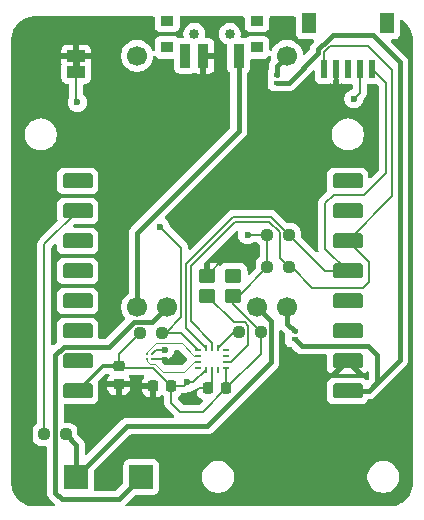
<source format=gtl>
G04 #@! TF.GenerationSoftware,KiCad,Pcbnew,9.0.2*
G04 #@! TF.CreationDate,2025-06-28T15:28:43-07:00*
G04 #@! TF.ProjectId,bert_slime_tracker,62657274-5f73-46c6-996d-655f74726163,rev?*
G04 #@! TF.SameCoordinates,Original*
G04 #@! TF.FileFunction,Copper,L1,Top*
G04 #@! TF.FilePolarity,Positive*
%FSLAX46Y46*%
G04 Gerber Fmt 4.6, Leading zero omitted, Abs format (unit mm)*
G04 Created by KiCad (PCBNEW 9.0.2) date 2025-06-28 15:28:43*
%MOMM*%
%LPD*%
G01*
G04 APERTURE LIST*
G04 Aperture macros list*
%AMRoundRect*
0 Rectangle with rounded corners*
0 $1 Rounding radius*
0 $2 $3 $4 $5 $6 $7 $8 $9 X,Y pos of 4 corners*
0 Add a 4 corners polygon primitive as box body*
4,1,4,$2,$3,$4,$5,$6,$7,$8,$9,$2,$3,0*
0 Add four circle primitives for the rounded corners*
1,1,$1+$1,$2,$3*
1,1,$1+$1,$4,$5*
1,1,$1+$1,$6,$7*
1,1,$1+$1,$8,$9*
0 Add four rect primitives between the rounded corners*
20,1,$1+$1,$2,$3,$4,$5,0*
20,1,$1+$1,$4,$5,$6,$7,0*
20,1,$1+$1,$6,$7,$8,$9,0*
20,1,$1+$1,$8,$9,$2,$3,0*%
G04 Aperture macros list end*
G04 #@! TA.AperFunction,EtchedComponent*
%ADD10C,0.000000*%
G04 #@! TD*
G04 #@! TA.AperFunction,SMDPad,CuDef*
%ADD11R,1.500000X1.000000*%
G04 #@! TD*
G04 #@! TA.AperFunction,SMDPad,CuDef*
%ADD12R,0.600000X0.400000*%
G04 #@! TD*
G04 #@! TA.AperFunction,SMDPad,CuDef*
%ADD13C,0.250000*%
G04 #@! TD*
G04 #@! TA.AperFunction,SMDPad,CuDef*
%ADD14RoundRect,0.237500X0.250000X0.237500X-0.250000X0.237500X-0.250000X-0.237500X0.250000X-0.237500X0*%
G04 #@! TD*
G04 #@! TA.AperFunction,SMDPad,CuDef*
%ADD15RoundRect,0.225000X0.225000X0.250000X-0.225000X0.250000X-0.225000X-0.250000X0.225000X-0.250000X0*%
G04 #@! TD*
G04 #@! TA.AperFunction,SMDPad,CuDef*
%ADD16RoundRect,0.237500X-0.250000X-0.237500X0.250000X-0.237500X0.250000X0.237500X-0.250000X0.237500X0*%
G04 #@! TD*
G04 #@! TA.AperFunction,SMDPad,CuDef*
%ADD17R,0.600000X1.550000*%
G04 #@! TD*
G04 #@! TA.AperFunction,SMDPad,CuDef*
%ADD18R,1.200000X1.800000*%
G04 #@! TD*
G04 #@! TA.AperFunction,SMDPad,CuDef*
%ADD19R,2.000000X2.000000*%
G04 #@! TD*
G04 #@! TA.AperFunction,ComponentPad*
%ADD20RoundRect,0.190500X-1.079500X-0.444500X1.079500X-0.444500X1.079500X0.444500X-1.079500X0.444500X0*%
G04 #@! TD*
G04 #@! TA.AperFunction,SMDPad,CuDef*
%ADD21R,0.475000X0.250000*%
G04 #@! TD*
G04 #@! TA.AperFunction,SMDPad,CuDef*
%ADD22R,0.250000X0.475000*%
G04 #@! TD*
G04 #@! TA.AperFunction,SMDPad,CuDef*
%ADD23RoundRect,0.225000X-0.250000X0.225000X-0.250000X-0.225000X0.250000X-0.225000X0.250000X0.225000X0*%
G04 #@! TD*
G04 #@! TA.AperFunction,ComponentPad*
%ADD24C,1.700000*%
G04 #@! TD*
G04 #@! TA.AperFunction,ComponentPad*
%ADD25C,0.850000*%
G04 #@! TD*
G04 #@! TA.AperFunction,SMDPad,CuDef*
%ADD26R,0.900000X2.000000*%
G04 #@! TD*
G04 #@! TA.AperFunction,SMDPad,CuDef*
%ADD27R,1.100000X0.930000*%
G04 #@! TD*
G04 #@! TA.AperFunction,SMDPad,CuDef*
%ADD28RoundRect,0.250000X0.450000X0.350000X-0.450000X0.350000X-0.450000X-0.350000X0.450000X-0.350000X0*%
G04 #@! TD*
G04 #@! TA.AperFunction,ViaPad*
%ADD29C,0.600000*%
G04 #@! TD*
G04 #@! TA.AperFunction,Conductor*
%ADD30C,0.400000*%
G04 #@! TD*
G04 #@! TA.AperFunction,Conductor*
%ADD31C,0.200000*%
G04 #@! TD*
G04 #@! TA.AperFunction,Conductor*
%ADD32C,0.300000*%
G04 #@! TD*
G04 #@! TA.AperFunction,Conductor*
%ADD33C,0.100000*%
G04 #@! TD*
G04 APERTURE END LIST*
D10*
G04 #@! TA.AperFunction,EtchedComponent*
G36*
X128800000Y-74800000D02*
G01*
X128200000Y-74800000D01*
X128200000Y-74300000D01*
X128800000Y-74300000D01*
X128800000Y-74800000D01*
G37*
G04 #@! TD.AperFunction*
D11*
X128500000Y-73900000D03*
X128500000Y-75200000D03*
D12*
X147000000Y-97820000D03*
X147000000Y-97180000D03*
D13*
X134900000Y-99500000D03*
X134500000Y-99500000D03*
X134900000Y-99100000D03*
X134500000Y-99100000D03*
D12*
X145500000Y-76120000D03*
X145500000Y-75480000D03*
D14*
X144112500Y-97200000D03*
X142287500Y-97200000D03*
D15*
X141200000Y-102000000D03*
X139650000Y-102000000D03*
D16*
X144675000Y-89000000D03*
X146500000Y-89000000D03*
D17*
X153500000Y-74940000D03*
X152500000Y-74940000D03*
X151500000Y-74940000D03*
X150500000Y-74940000D03*
X149500000Y-74940000D03*
D18*
X154800000Y-71060000D03*
X148200000Y-71060000D03*
D19*
X128500000Y-109500000D03*
D20*
X128610000Y-84440000D03*
X128610000Y-86980000D03*
X128610000Y-89520000D03*
X128610000Y-92060000D03*
X128610000Y-94600000D03*
X128610000Y-97140000D03*
X128610000Y-99680000D03*
X128610000Y-102220000D03*
X151470000Y-84440000D03*
X151470000Y-86980000D03*
X151470000Y-89520000D03*
X151470000Y-92060000D03*
X151470000Y-94600000D03*
X151470000Y-97140000D03*
X151470000Y-99680000D03*
X151470000Y-102220000D03*
D21*
X138837500Y-98750000D03*
X138837500Y-99250000D03*
X138837500Y-99750000D03*
X138837500Y-100250000D03*
D22*
X139500000Y-100412500D03*
X140000000Y-100412500D03*
X140500000Y-100412500D03*
D21*
X141162500Y-100250000D03*
X141162500Y-99750000D03*
X141162500Y-99250000D03*
X141162500Y-98750000D03*
D22*
X140500000Y-98587500D03*
X140000000Y-98587500D03*
X139500000Y-98587500D03*
D23*
X132100000Y-100100000D03*
X132100000Y-101650000D03*
D16*
X144675000Y-91750000D03*
X146500000Y-91750000D03*
D24*
X146350000Y-73840000D03*
X133650000Y-73840000D03*
X146350000Y-95110000D03*
X143810000Y-95110000D03*
X136190000Y-95110000D03*
X133650000Y-95110000D03*
D25*
X141500000Y-72000000D03*
X138500000Y-72000000D03*
D26*
X142250000Y-73850000D03*
X139250000Y-73850000D03*
X137750000Y-73850000D03*
D27*
X136200000Y-73140000D03*
X136200000Y-70870000D03*
X143800000Y-70870000D03*
X143800000Y-73140000D03*
D19*
X134000000Y-109500000D03*
D16*
X133900000Y-97300000D03*
X135725000Y-97300000D03*
D15*
X136550000Y-101800000D03*
X135000000Y-101800000D03*
D28*
X141800000Y-92450000D03*
X139600000Y-92450000D03*
X139600000Y-94150000D03*
X141800000Y-94150000D03*
D14*
X127612500Y-105900000D03*
X125787500Y-105900000D03*
D29*
X136000000Y-98750000D03*
X143000000Y-89000000D03*
X152000000Y-77500000D03*
X137900000Y-101500000D03*
X135600000Y-88300000D03*
X128600000Y-77800000D03*
X134900000Y-103200000D03*
X136000000Y-99600000D03*
X131600000Y-108900000D03*
X130800000Y-101900000D03*
X133100000Y-103900000D03*
X131000000Y-96100000D03*
X140000000Y-88000000D03*
X142500000Y-82100000D03*
X137000000Y-83000000D03*
X141000000Y-84000000D03*
X142000000Y-91000000D03*
X148200000Y-88300000D03*
X124800000Y-107600000D03*
X134700000Y-106600000D03*
X134900000Y-104000000D03*
X139100000Y-80800000D03*
X137800000Y-103100000D03*
X129900000Y-105700000D03*
X132200000Y-107700000D03*
D30*
X128500000Y-109500000D02*
X132800000Y-105200000D01*
X145001000Y-96301000D02*
X143810000Y-95110000D01*
X145001000Y-99740532D02*
X145001000Y-96301000D01*
X139541532Y-105200000D02*
X145001000Y-99740532D01*
X128500000Y-109500000D02*
X128500000Y-106787500D01*
X132800000Y-105200000D02*
X139541532Y-105200000D01*
X128500000Y-106787500D02*
X127612500Y-105900000D01*
D31*
X125787500Y-105900000D02*
X125787500Y-89802500D01*
X125787500Y-89802500D02*
X128610000Y-86980000D01*
X132250000Y-100250000D02*
X135000000Y-100250000D01*
X141200000Y-102000000D02*
X144112500Y-99087500D01*
X144675000Y-91750000D02*
X144675000Y-89000000D01*
X141800000Y-94150000D02*
X142275000Y-94150000D01*
X136550000Y-101800000D02*
X137600000Y-101800000D01*
X136550000Y-101800000D02*
X136550000Y-103250000D01*
X139200000Y-104000000D02*
X141200000Y-102000000D01*
X136550000Y-103250000D02*
X137300000Y-104000000D01*
X132100000Y-100100000D02*
X132250000Y-100250000D01*
X136000000Y-98750000D02*
X135250000Y-98750000D01*
X142275000Y-94150000D02*
X144675000Y-91750000D01*
X137300000Y-104000000D02*
X139200000Y-104000000D01*
X141800000Y-94887500D02*
X144112500Y-97200000D01*
X141200000Y-102000000D02*
X141200000Y-100287500D01*
X152000000Y-77500000D02*
X152500000Y-77000000D01*
X152500000Y-77000000D02*
X152500000Y-74940000D01*
D32*
X130730000Y-100100000D02*
X132100000Y-100100000D01*
D31*
X132100000Y-99100000D02*
X133900000Y-97300000D01*
X132100000Y-100100000D02*
X132100000Y-99100000D01*
D32*
X128610000Y-102220000D02*
X130730000Y-100100000D01*
D31*
X144112500Y-99087500D02*
X144112500Y-97200000D01*
X141800000Y-94150000D02*
X141800000Y-94887500D01*
X144675000Y-89000000D02*
X143000000Y-89000000D01*
X141200000Y-100287500D02*
X141162500Y-100250000D01*
X137900000Y-101500000D02*
X138412500Y-101500000D01*
X135250000Y-98750000D02*
X134926000Y-99074000D01*
X137600000Y-101800000D02*
X137900000Y-101500000D01*
X138412500Y-101500000D02*
X139500000Y-100412500D01*
X135000000Y-100250000D02*
X136550000Y-101800000D01*
X155250000Y-75013000D02*
X155250000Y-85740000D01*
X138201000Y-91666100D02*
X141967100Y-87900000D01*
X145711500Y-90961500D02*
X146500000Y-91750000D01*
X151470000Y-89520000D02*
X153250000Y-91300000D01*
X146750000Y-91750000D02*
X146500000Y-91750000D01*
X144830634Y-87900000D02*
X145711500Y-88780866D01*
X153250000Y-91300000D02*
X153250000Y-93000000D01*
X152750000Y-93500000D02*
X148500000Y-93500000D01*
X155250000Y-85740000D02*
X151470000Y-89520000D01*
X153237000Y-73000000D02*
X155250000Y-75013000D01*
X140000000Y-98587500D02*
X140000000Y-98123000D01*
X138201000Y-96324000D02*
X138201000Y-91666100D01*
X149500000Y-73500000D02*
X150000000Y-73000000D01*
X141967100Y-87900000D02*
X144830634Y-87900000D01*
X150000000Y-73000000D02*
X153237000Y-73000000D01*
X149500000Y-74940000D02*
X149500000Y-73500000D01*
X153250000Y-93000000D02*
X152750000Y-93500000D01*
X145711500Y-88780866D02*
X145711500Y-90961500D01*
X148500000Y-93500000D02*
X146750000Y-91750000D01*
X140000000Y-98123000D02*
X138201000Y-96324000D01*
X149560000Y-92060000D02*
X146500000Y-89000000D01*
X137800000Y-91500000D02*
X141801000Y-87499000D01*
X151470000Y-92060000D02*
X149560000Y-92060000D01*
X154750000Y-76190000D02*
X153500000Y-74940000D01*
X151470000Y-92060000D02*
X149600000Y-90190000D01*
X144999000Y-87499000D02*
X146500000Y-89000000D01*
X137800000Y-96887500D02*
X137800000Y-91500000D01*
X152900000Y-85600000D02*
X154750000Y-83750000D01*
X150300000Y-85600000D02*
X152900000Y-85600000D01*
X154750000Y-83750000D02*
X154750000Y-76190000D01*
X149600000Y-90190000D02*
X149600000Y-86300000D01*
X139500000Y-98587500D02*
X137800000Y-96887500D01*
X149600000Y-86300000D02*
X150300000Y-85600000D01*
X141801000Y-87499000D02*
X144999000Y-87499000D01*
X141887500Y-97200000D02*
X140500000Y-98587500D01*
X142287500Y-97200000D02*
X141887500Y-97200000D01*
X137400000Y-90100000D02*
X135600000Y-88300000D01*
X136096586Y-97300000D02*
X137400000Y-95996586D01*
X137400000Y-95996586D02*
X137400000Y-90100000D01*
X135725000Y-97300000D02*
X136096586Y-97300000D01*
X137387500Y-97300000D02*
X138837500Y-98750000D01*
X135725000Y-97300000D02*
X137387500Y-97300000D01*
X128600000Y-77800000D02*
X128500000Y-77700000D01*
X128500000Y-77700000D02*
X128500000Y-75200000D01*
X140000000Y-101650000D02*
X140000000Y-100412500D01*
X137800000Y-103100000D02*
X138900000Y-102000000D01*
X139650000Y-102000000D02*
X140000000Y-101650000D01*
X138900000Y-102000000D02*
X139650000Y-102000000D01*
X136000000Y-99600000D02*
X135926000Y-99526000D01*
X135926000Y-99526000D02*
X134926000Y-99526000D01*
X141050000Y-91000000D02*
X142000000Y-91000000D01*
X139600000Y-92450000D02*
X141050000Y-91000000D01*
D33*
X137423000Y-98200000D02*
X138473000Y-99250000D01*
X138473000Y-99250000D02*
X138837500Y-99250000D01*
X135223224Y-98200000D02*
X137423000Y-98200000D01*
X134500000Y-99100000D02*
X134500000Y-98923224D01*
X134500000Y-98923224D02*
X135223224Y-98200000D01*
X138498000Y-99750000D02*
X138837500Y-99750000D01*
X134500000Y-99676776D02*
X134722224Y-99899000D01*
X134500000Y-99500000D02*
X134500000Y-99676776D01*
X134722224Y-99899000D02*
X135145388Y-99899000D01*
X137648000Y-100600000D02*
X138498000Y-99750000D01*
X135846388Y-100600000D02*
X137648000Y-100600000D01*
X135145388Y-99899000D02*
X135846388Y-100600000D01*
D30*
X133650000Y-95110000D02*
X133650000Y-88850000D01*
X133650000Y-88850000D02*
X142250000Y-80250000D01*
X142250000Y-80250000D02*
X142250000Y-74350000D01*
X134000000Y-109500000D02*
X132100000Y-111400000D01*
X132100000Y-111400000D02*
X127300000Y-111400000D01*
X126724000Y-110824000D02*
X126724000Y-99200212D01*
X126724000Y-99200212D02*
X127424212Y-98500000D01*
X133378944Y-96424000D02*
X134876000Y-96424000D01*
X134876000Y-96424000D02*
X136190000Y-95110000D01*
X131302944Y-98500000D02*
X133378944Y-96424000D01*
X127424212Y-98500000D02*
X131302944Y-98500000D01*
X127300000Y-111400000D02*
X126724000Y-110824000D01*
X145500000Y-75480000D02*
X145500000Y-74690000D01*
D31*
X146350000Y-73840000D02*
X146350000Y-74150000D01*
X146350000Y-74150000D02*
X146250000Y-74250000D01*
D30*
X145500000Y-74690000D02*
X146350000Y-73840000D01*
X146350000Y-96530000D02*
X147000000Y-97180000D01*
D31*
X146000000Y-95460000D02*
X146350000Y-95110000D01*
D30*
X146350000Y-95110000D02*
X146350000Y-96530000D01*
X155900000Y-99600000D02*
X153280000Y-102220000D01*
X154000000Y-101500000D02*
X153280000Y-102220000D01*
X155900000Y-74400000D02*
X155900000Y-99600000D01*
X148999000Y-73292480D02*
X149792480Y-72499000D01*
X153280000Y-102220000D02*
X151470000Y-102220000D01*
X147580000Y-98400000D02*
X153200000Y-98400000D01*
X153600000Y-72100000D02*
X155900000Y-74400000D01*
X149792480Y-72499000D02*
X149801000Y-72499000D01*
X146480000Y-76120000D02*
X148999000Y-73601000D01*
X150200000Y-72100000D02*
X153600000Y-72100000D01*
X145500000Y-76120000D02*
X146480000Y-76120000D01*
X149801000Y-72499000D02*
X150200000Y-72100000D01*
X154000000Y-99200000D02*
X154000000Y-101500000D01*
X153200000Y-98400000D02*
X154000000Y-99200000D01*
X147000000Y-97820000D02*
X147580000Y-98400000D01*
X148999000Y-73601000D02*
X148999000Y-73292480D01*
D31*
X141874000Y-96424000D02*
X142767134Y-96424000D01*
X139600000Y-94150000D02*
X141874000Y-96424000D01*
X142767134Y-96424000D02*
X143076000Y-96732866D01*
X143076000Y-98301000D02*
X141627000Y-99750000D01*
X143076000Y-96732866D02*
X143076000Y-98301000D01*
X141627000Y-99750000D02*
X141162500Y-99750000D01*
G04 #@! TA.AperFunction,Conductor*
G36*
X135092539Y-70520185D02*
G01*
X135138294Y-70572989D01*
X135149500Y-70624500D01*
X135149500Y-71382870D01*
X135149501Y-71382876D01*
X135155908Y-71442483D01*
X135206202Y-71577328D01*
X135206206Y-71577335D01*
X135292452Y-71692544D01*
X135292455Y-71692547D01*
X135407664Y-71778793D01*
X135407671Y-71778797D01*
X135542517Y-71829091D01*
X135542516Y-71829091D01*
X135549444Y-71829835D01*
X135602127Y-71835500D01*
X136797872Y-71835499D01*
X136857483Y-71829091D01*
X136992331Y-71778796D01*
X137107546Y-71692546D01*
X137193796Y-71577331D01*
X137244091Y-71442483D01*
X137250500Y-71382873D01*
X137250499Y-70624499D01*
X137270183Y-70557461D01*
X137322987Y-70511706D01*
X137374499Y-70500500D01*
X142625500Y-70500500D01*
X142692539Y-70520185D01*
X142738294Y-70572989D01*
X142749500Y-70624500D01*
X142749500Y-71382870D01*
X142749501Y-71382876D01*
X142755908Y-71442483D01*
X142806202Y-71577328D01*
X142806206Y-71577335D01*
X142892452Y-71692544D01*
X142892455Y-71692547D01*
X143007664Y-71778793D01*
X143007671Y-71778797D01*
X143142517Y-71829091D01*
X143142516Y-71829091D01*
X143149444Y-71829835D01*
X143202127Y-71835500D01*
X144397872Y-71835499D01*
X144457483Y-71829091D01*
X144592331Y-71778796D01*
X144707546Y-71692546D01*
X144793796Y-71577331D01*
X144844091Y-71442483D01*
X144850500Y-71382873D01*
X144850499Y-70624499D01*
X144870183Y-70557461D01*
X144922987Y-70511706D01*
X144974499Y-70500500D01*
X146975500Y-70500500D01*
X147042539Y-70520185D01*
X147088294Y-70572989D01*
X147099500Y-70624500D01*
X147099500Y-72007870D01*
X147099501Y-72007876D01*
X147105908Y-72067483D01*
X147156202Y-72202328D01*
X147156206Y-72202335D01*
X147242452Y-72317544D01*
X147242455Y-72317547D01*
X147357664Y-72403793D01*
X147357671Y-72403797D01*
X147492517Y-72454091D01*
X147492516Y-72454091D01*
X147499444Y-72454835D01*
X147552127Y-72460500D01*
X148540960Y-72460499D01*
X148607999Y-72480183D01*
X148653754Y-72532987D01*
X148663698Y-72602146D01*
X148634673Y-72665702D01*
X148628641Y-72672180D01*
X148454887Y-72845934D01*
X148378224Y-72960670D01*
X148325421Y-73088148D01*
X148325420Y-73088151D01*
X148325420Y-73088152D01*
X148322726Y-73101698D01*
X148298500Y-73223487D01*
X148298500Y-73268497D01*
X148297195Y-73277422D01*
X148286219Y-73301303D01*
X148278815Y-73326520D01*
X148269076Y-73338605D01*
X148268018Y-73340908D01*
X148266373Y-73341959D01*
X148262181Y-73347162D01*
X147896528Y-73712814D01*
X147835205Y-73746299D01*
X147765513Y-73741315D01*
X147709580Y-73699443D01*
X147686375Y-73644532D01*
X147667246Y-73523757D01*
X147601557Y-73321588D01*
X147505051Y-73132184D01*
X147505049Y-73132181D01*
X147505048Y-73132179D01*
X147380109Y-72960213D01*
X147229786Y-72809890D01*
X147057820Y-72684951D01*
X146868414Y-72588444D01*
X146868413Y-72588443D01*
X146868412Y-72588443D01*
X146666243Y-72522754D01*
X146666241Y-72522753D01*
X146666240Y-72522753D01*
X146497048Y-72495956D01*
X146456287Y-72489500D01*
X146243713Y-72489500D01*
X146202952Y-72495956D01*
X146033760Y-72522753D01*
X145831585Y-72588444D01*
X145642179Y-72684951D01*
X145470213Y-72809890D01*
X145319890Y-72960213D01*
X145194951Y-73132179D01*
X145098442Y-73321588D01*
X145092428Y-73340097D01*
X145052989Y-73397771D01*
X144988629Y-73424966D01*
X144919783Y-73413049D01*
X144868309Y-73365803D01*
X144850499Y-73301776D01*
X144850499Y-72627128D01*
X144844091Y-72567517D01*
X144834262Y-72541165D01*
X144793797Y-72432671D01*
X144793793Y-72432664D01*
X144707547Y-72317455D01*
X144707544Y-72317452D01*
X144592335Y-72231206D01*
X144592328Y-72231202D01*
X144457482Y-72180908D01*
X144457483Y-72180908D01*
X144397883Y-72174501D01*
X144397881Y-72174500D01*
X144397873Y-72174500D01*
X144397864Y-72174500D01*
X143202129Y-72174500D01*
X143202123Y-72174501D01*
X143142516Y-72180908D01*
X143007671Y-72231202D01*
X143007664Y-72231206D01*
X142892448Y-72317457D01*
X142891420Y-72318486D01*
X142890145Y-72319181D01*
X142885355Y-72322768D01*
X142884838Y-72322078D01*
X142830092Y-72351963D01*
X142790498Y-72354082D01*
X142747873Y-72349500D01*
X142747867Y-72349500D01*
X142525206Y-72349500D01*
X142458167Y-72329815D01*
X142412412Y-72277011D01*
X142402468Y-72207853D01*
X142403589Y-72201308D01*
X142425500Y-72091156D01*
X142425500Y-71908843D01*
X142389934Y-71730047D01*
X142389933Y-71730046D01*
X142389933Y-71730042D01*
X142385081Y-71718327D01*
X142320168Y-71561612D01*
X142320166Y-71561608D01*
X142218886Y-71410032D01*
X142218880Y-71410024D01*
X142089975Y-71281119D01*
X142089967Y-71281113D01*
X141938391Y-71179833D01*
X141938387Y-71179831D01*
X141769962Y-71110068D01*
X141769952Y-71110065D01*
X141591156Y-71074500D01*
X141591154Y-71074500D01*
X141408846Y-71074500D01*
X141408844Y-71074500D01*
X141230047Y-71110065D01*
X141230037Y-71110068D01*
X141061612Y-71179831D01*
X141061608Y-71179833D01*
X140910032Y-71281113D01*
X140910024Y-71281119D01*
X140781119Y-71410024D01*
X140781113Y-71410032D01*
X140679833Y-71561608D01*
X140679831Y-71561612D01*
X140610068Y-71730037D01*
X140610065Y-71730047D01*
X140574500Y-71908843D01*
X140574500Y-71908846D01*
X140574500Y-72091154D01*
X140574500Y-72091156D01*
X140574499Y-72091156D01*
X140610065Y-72269952D01*
X140610068Y-72269962D01*
X140679831Y-72438387D01*
X140679833Y-72438391D01*
X140781113Y-72589967D01*
X140781119Y-72589975D01*
X140910024Y-72718880D01*
X140910032Y-72718886D01*
X141061608Y-72820166D01*
X141061612Y-72820168D01*
X141175665Y-72867409D01*
X141222952Y-72886996D01*
X141277356Y-72930836D01*
X141299421Y-72997130D01*
X141299500Y-73001557D01*
X141299500Y-74897870D01*
X141299501Y-74897876D01*
X141305908Y-74957483D01*
X141356202Y-75092328D01*
X141356203Y-75092329D01*
X141356204Y-75092331D01*
X141442452Y-75207543D01*
X141442455Y-75207547D01*
X141499810Y-75250482D01*
X141541682Y-75306415D01*
X141549500Y-75349749D01*
X141549500Y-79908480D01*
X141529815Y-79975519D01*
X141513181Y-79996161D01*
X133105888Y-88403453D01*
X133105887Y-88403454D01*
X133029222Y-88518192D01*
X132976421Y-88645667D01*
X132976420Y-88645671D01*
X132974585Y-88654899D01*
X132952045Y-88768215D01*
X132949500Y-88781006D01*
X132949500Y-93886452D01*
X132929815Y-93953491D01*
X132898385Y-93986770D01*
X132770213Y-94079890D01*
X132619890Y-94230213D01*
X132494951Y-94402179D01*
X132398444Y-94591585D01*
X132332753Y-94793760D01*
X132299500Y-95003713D01*
X132299500Y-95216287D01*
X132332754Y-95426243D01*
X132348200Y-95473782D01*
X132398444Y-95628414D01*
X132494951Y-95817820D01*
X132619890Y-95989786D01*
X132633514Y-96003410D01*
X132666999Y-96064733D01*
X132662015Y-96134425D01*
X132633514Y-96178772D01*
X131049106Y-97763181D01*
X130987783Y-97796666D01*
X130961425Y-97799500D01*
X130501816Y-97799500D01*
X130434777Y-97779815D01*
X130389022Y-97727011D01*
X130378325Y-97664278D01*
X130380500Y-97640347D01*
X130380499Y-96639654D01*
X130380499Y-96639653D01*
X130380499Y-96639645D01*
X130374174Y-96570033D01*
X130374171Y-96570022D01*
X130324252Y-96409824D01*
X130324250Y-96409820D01*
X130237443Y-96266222D01*
X130237439Y-96266217D01*
X130118782Y-96147560D01*
X130118777Y-96147556D01*
X129975180Y-96060750D01*
X129975179Y-96060749D01*
X129975178Y-96060749D01*
X129814971Y-96010827D01*
X129814969Y-96010826D01*
X129814967Y-96010826D01*
X129766221Y-96006396D01*
X129745347Y-96004500D01*
X129745344Y-96004500D01*
X127474645Y-96004500D01*
X127405033Y-96010825D01*
X127405022Y-96010828D01*
X127244824Y-96060747D01*
X127244820Y-96060749D01*
X127101222Y-96147556D01*
X127101217Y-96147560D01*
X126982560Y-96266217D01*
X126982556Y-96266222D01*
X126895750Y-96409819D01*
X126845826Y-96570032D01*
X126839500Y-96639655D01*
X126839500Y-97640354D01*
X126845825Y-97709966D01*
X126845828Y-97709977D01*
X126895747Y-97870175D01*
X126895749Y-97870179D01*
X126908646Y-97891513D01*
X126926482Y-97959068D01*
X126904964Y-98025541D01*
X126890210Y-98043343D01*
X126599681Y-98333873D01*
X126538358Y-98367358D01*
X126468667Y-98362374D01*
X126412733Y-98320503D01*
X126388316Y-98255038D01*
X126388000Y-98246192D01*
X126388000Y-94099655D01*
X126839500Y-94099655D01*
X126839500Y-95100354D01*
X126845825Y-95169966D01*
X126845828Y-95169977D01*
X126895747Y-95330175D01*
X126895749Y-95330179D01*
X126982556Y-95473777D01*
X126982560Y-95473782D01*
X127101217Y-95592439D01*
X127101222Y-95592443D01*
X127221815Y-95665343D01*
X127244822Y-95679251D01*
X127405029Y-95729173D01*
X127474653Y-95735500D01*
X129745346Y-95735499D01*
X129745353Y-95735499D01*
X129814966Y-95729174D01*
X129814969Y-95729173D01*
X129814971Y-95729173D01*
X129975178Y-95679251D01*
X130059276Y-95628412D01*
X130118777Y-95592443D01*
X130118778Y-95592441D01*
X130118783Y-95592439D01*
X130237439Y-95473783D01*
X130324251Y-95330178D01*
X130374173Y-95169971D01*
X130380500Y-95100347D01*
X130380499Y-94099654D01*
X130380499Y-94099653D01*
X130380499Y-94099645D01*
X130374174Y-94030033D01*
X130374171Y-94030022D01*
X130324252Y-93869824D01*
X130324250Y-93869820D01*
X130237443Y-93726222D01*
X130237439Y-93726217D01*
X130118782Y-93607560D01*
X130118777Y-93607556D01*
X129975180Y-93520750D01*
X129975179Y-93520749D01*
X129975178Y-93520749D01*
X129814971Y-93470827D01*
X129814969Y-93470826D01*
X129814967Y-93470826D01*
X129766221Y-93466396D01*
X129745347Y-93464500D01*
X129745344Y-93464500D01*
X127474645Y-93464500D01*
X127405033Y-93470825D01*
X127405022Y-93470828D01*
X127244824Y-93520747D01*
X127244820Y-93520749D01*
X127101222Y-93607556D01*
X127101217Y-93607560D01*
X126982560Y-93726217D01*
X126982556Y-93726222D01*
X126895750Y-93869819D01*
X126845826Y-94030032D01*
X126839500Y-94099655D01*
X126388000Y-94099655D01*
X126388000Y-91559655D01*
X126839500Y-91559655D01*
X126839500Y-92560354D01*
X126845825Y-92629966D01*
X126845828Y-92629977D01*
X126895747Y-92790175D01*
X126895749Y-92790179D01*
X126982556Y-92933777D01*
X126982560Y-92933782D01*
X127101217Y-93052439D01*
X127101222Y-93052443D01*
X127211875Y-93119334D01*
X127244822Y-93139251D01*
X127405029Y-93189173D01*
X127474653Y-93195500D01*
X129745346Y-93195499D01*
X129745353Y-93195499D01*
X129814966Y-93189174D01*
X129814969Y-93189173D01*
X129814971Y-93189173D01*
X129975178Y-93139251D01*
X130049089Y-93094570D01*
X130118777Y-93052443D01*
X130118778Y-93052441D01*
X130118783Y-93052439D01*
X130237439Y-92933783D01*
X130324251Y-92790178D01*
X130374173Y-92629971D01*
X130380500Y-92560347D01*
X130380499Y-91559654D01*
X130380499Y-91559653D01*
X130380499Y-91559645D01*
X130374174Y-91490033D01*
X130374171Y-91490022D01*
X130324252Y-91329824D01*
X130324250Y-91329820D01*
X130237443Y-91186222D01*
X130237439Y-91186217D01*
X130118782Y-91067560D01*
X130118777Y-91067556D01*
X129975180Y-90980750D01*
X129975179Y-90980749D01*
X129975178Y-90980749D01*
X129814971Y-90930827D01*
X129814969Y-90930826D01*
X129814967Y-90930826D01*
X129766221Y-90926396D01*
X129745347Y-90924500D01*
X129745344Y-90924500D01*
X127474645Y-90924500D01*
X127405033Y-90930825D01*
X127405022Y-90930828D01*
X127244824Y-90980747D01*
X127244820Y-90980749D01*
X127101222Y-91067556D01*
X127101217Y-91067560D01*
X126982560Y-91186217D01*
X126982556Y-91186222D01*
X126895750Y-91329819D01*
X126845826Y-91490032D01*
X126839500Y-91559655D01*
X126388000Y-91559655D01*
X126388000Y-90102596D01*
X126407685Y-90035557D01*
X126424315Y-90014919D01*
X126627822Y-89811412D01*
X126689142Y-89777929D01*
X126758833Y-89782913D01*
X126814767Y-89824784D01*
X126839184Y-89890249D01*
X126839500Y-89899094D01*
X126839501Y-90020349D01*
X126839500Y-90020354D01*
X126845825Y-90089966D01*
X126845828Y-90089977D01*
X126895747Y-90250175D01*
X126895749Y-90250179D01*
X126982556Y-90393777D01*
X126982560Y-90393782D01*
X127101217Y-90512439D01*
X127101222Y-90512443D01*
X127221815Y-90585343D01*
X127244822Y-90599251D01*
X127405029Y-90649173D01*
X127474653Y-90655500D01*
X129745346Y-90655499D01*
X129745353Y-90655499D01*
X129814966Y-90649174D01*
X129814969Y-90649173D01*
X129814971Y-90649173D01*
X129975178Y-90599251D01*
X130049089Y-90554570D01*
X130118777Y-90512443D01*
X130118778Y-90512441D01*
X130118783Y-90512439D01*
X130237439Y-90393783D01*
X130324251Y-90250178D01*
X130374173Y-90089971D01*
X130380500Y-90020347D01*
X130380499Y-89019654D01*
X130380499Y-89019645D01*
X130374174Y-88950033D01*
X130374171Y-88950022D01*
X130324252Y-88789824D01*
X130324250Y-88789820D01*
X130237443Y-88646222D01*
X130237439Y-88646217D01*
X130118782Y-88527560D01*
X130118777Y-88527556D01*
X129975180Y-88440750D01*
X129975179Y-88440749D01*
X129975178Y-88440749D01*
X129814971Y-88390827D01*
X129814969Y-88390826D01*
X129814967Y-88390826D01*
X129766221Y-88386396D01*
X129745347Y-88384500D01*
X129745344Y-88384500D01*
X128354097Y-88384500D01*
X128332851Y-88378261D01*
X128310763Y-88376682D01*
X128299979Y-88368609D01*
X128287058Y-88364815D01*
X128272558Y-88348081D01*
X128254830Y-88334810D01*
X128250122Y-88322189D01*
X128241303Y-88312011D01*
X128238151Y-88290093D01*
X128230413Y-88269346D01*
X128233275Y-88256185D01*
X128231359Y-88242853D01*
X128240558Y-88222709D01*
X128245265Y-88201073D01*
X128258533Y-88183347D01*
X128260384Y-88179297D01*
X128266416Y-88172819D01*
X128287417Y-88151818D01*
X128348740Y-88118333D01*
X128375098Y-88115499D01*
X129745353Y-88115499D01*
X129814966Y-88109174D01*
X129814969Y-88109173D01*
X129814971Y-88109173D01*
X129975178Y-88059251D01*
X130049089Y-88014570D01*
X130118777Y-87972443D01*
X130118778Y-87972441D01*
X130118783Y-87972439D01*
X130237439Y-87853783D01*
X130324251Y-87710178D01*
X130374173Y-87549971D01*
X130380500Y-87480347D01*
X130380499Y-86479654D01*
X130380499Y-86479653D01*
X130380499Y-86479645D01*
X130374174Y-86410033D01*
X130374171Y-86410022D01*
X130324252Y-86249824D01*
X130324250Y-86249820D01*
X130237443Y-86106222D01*
X130237439Y-86106217D01*
X130118782Y-85987560D01*
X130118777Y-85987556D01*
X129975180Y-85900750D01*
X129975179Y-85900749D01*
X129975178Y-85900749D01*
X129814971Y-85850827D01*
X129814969Y-85850826D01*
X129814967Y-85850826D01*
X129766221Y-85846396D01*
X129745347Y-85844500D01*
X129745344Y-85844500D01*
X127474645Y-85844500D01*
X127405033Y-85850825D01*
X127405022Y-85850828D01*
X127244824Y-85900747D01*
X127244820Y-85900749D01*
X127101222Y-85987556D01*
X127101217Y-85987560D01*
X126982560Y-86106217D01*
X126982556Y-86106222D01*
X126895750Y-86249819D01*
X126845826Y-86410032D01*
X126839500Y-86479655D01*
X126839500Y-87480354D01*
X126845825Y-87549966D01*
X126845828Y-87549977D01*
X126895747Y-87710175D01*
X126896294Y-87711079D01*
X126896491Y-87711828D01*
X126898827Y-87717017D01*
X126897964Y-87717405D01*
X126914128Y-87778634D01*
X126892608Y-87845107D01*
X126877856Y-87862907D01*
X125418786Y-89321978D01*
X125306981Y-89433782D01*
X125306975Y-89433790D01*
X125262810Y-89510288D01*
X125262810Y-89510289D01*
X125227923Y-89570715D01*
X125186999Y-89723443D01*
X125186999Y-89723445D01*
X125186999Y-89891546D01*
X125187000Y-89891559D01*
X125187000Y-104942388D01*
X125167315Y-105009427D01*
X125128098Y-105047926D01*
X125076650Y-105079659D01*
X124954661Y-105201648D01*
X124864093Y-105348481D01*
X124864092Y-105348484D01*
X124809826Y-105512247D01*
X124809826Y-105512248D01*
X124809825Y-105512248D01*
X124799500Y-105613315D01*
X124799500Y-106186669D01*
X124799501Y-106186687D01*
X124809825Y-106287752D01*
X124864092Y-106451515D01*
X124864093Y-106451518D01*
X124898395Y-106507129D01*
X124954660Y-106598350D01*
X125076650Y-106720340D01*
X125223484Y-106810908D01*
X125387247Y-106865174D01*
X125488323Y-106875500D01*
X125899500Y-106875499D01*
X125966539Y-106895183D01*
X126012294Y-106947987D01*
X126023500Y-106999499D01*
X126023500Y-110755006D01*
X126023500Y-110892994D01*
X126023500Y-110892996D01*
X126023499Y-110892996D01*
X126050418Y-111028322D01*
X126050421Y-111028332D01*
X126103222Y-111155807D01*
X126179887Y-111270545D01*
X126697161Y-111787819D01*
X126730646Y-111849142D01*
X126725662Y-111918834D01*
X126683790Y-111974767D01*
X126618326Y-111999184D01*
X126609480Y-111999500D01*
X125004067Y-111999500D01*
X124995957Y-111999235D01*
X124747116Y-111982925D01*
X124731035Y-111980807D01*
X124490464Y-111932954D01*
X124474797Y-111928756D01*
X124242520Y-111849909D01*
X124227534Y-111843702D01*
X124007539Y-111735212D01*
X123993492Y-111727102D01*
X123789539Y-111590825D01*
X123776671Y-111580951D01*
X123592250Y-111419218D01*
X123580781Y-111407749D01*
X123460456Y-111270545D01*
X123419045Y-111223325D01*
X123409174Y-111210460D01*
X123272897Y-111006507D01*
X123264787Y-110992460D01*
X123240789Y-110943797D01*
X123156294Y-110772458D01*
X123150090Y-110757479D01*
X123071243Y-110525202D01*
X123067045Y-110509535D01*
X123059186Y-110470026D01*
X123019190Y-110268953D01*
X123017075Y-110252895D01*
X123000765Y-110004043D01*
X123000500Y-109995933D01*
X123000500Y-83939655D01*
X126839500Y-83939655D01*
X126839500Y-84940354D01*
X126845825Y-85009966D01*
X126845828Y-85009977D01*
X126895747Y-85170175D01*
X126895749Y-85170179D01*
X126982556Y-85313777D01*
X126982560Y-85313782D01*
X127101217Y-85432439D01*
X127101222Y-85432443D01*
X127198527Y-85491265D01*
X127244822Y-85519251D01*
X127405029Y-85569173D01*
X127474653Y-85575500D01*
X129745346Y-85575499D01*
X129745353Y-85575499D01*
X129814966Y-85569174D01*
X129814969Y-85569173D01*
X129814971Y-85569173D01*
X129975178Y-85519251D01*
X130106438Y-85439902D01*
X130118777Y-85432443D01*
X130118778Y-85432441D01*
X130118783Y-85432439D01*
X130237439Y-85313783D01*
X130324251Y-85170178D01*
X130374173Y-85009971D01*
X130380500Y-84940347D01*
X130380499Y-83939654D01*
X130380499Y-83939653D01*
X130380499Y-83939645D01*
X130374174Y-83870033D01*
X130374171Y-83870022D01*
X130324252Y-83709824D01*
X130324250Y-83709820D01*
X130237443Y-83566222D01*
X130237439Y-83566217D01*
X130118782Y-83447560D01*
X130118777Y-83447556D01*
X129975180Y-83360750D01*
X129975179Y-83360749D01*
X129975178Y-83360749D01*
X129814971Y-83310827D01*
X129814969Y-83310826D01*
X129814967Y-83310826D01*
X129766221Y-83306396D01*
X129745347Y-83304500D01*
X129745344Y-83304500D01*
X127474645Y-83304500D01*
X127405033Y-83310825D01*
X127405022Y-83310828D01*
X127244824Y-83360747D01*
X127244820Y-83360749D01*
X127101222Y-83447556D01*
X127101217Y-83447560D01*
X126982560Y-83566217D01*
X126982556Y-83566222D01*
X126895750Y-83709819D01*
X126845826Y-83870032D01*
X126839500Y-83939655D01*
X123000500Y-83939655D01*
X123000500Y-80393713D01*
X124149500Y-80393713D01*
X124149500Y-80606286D01*
X124182753Y-80816239D01*
X124248444Y-81018414D01*
X124344951Y-81207820D01*
X124469890Y-81379786D01*
X124620213Y-81530109D01*
X124792179Y-81655048D01*
X124792181Y-81655049D01*
X124792184Y-81655051D01*
X124981588Y-81751557D01*
X125183757Y-81817246D01*
X125393713Y-81850500D01*
X125393714Y-81850500D01*
X125606286Y-81850500D01*
X125606287Y-81850500D01*
X125816243Y-81817246D01*
X126018412Y-81751557D01*
X126207816Y-81655051D01*
X126229789Y-81639086D01*
X126379786Y-81530109D01*
X126379788Y-81530106D01*
X126379792Y-81530104D01*
X126530104Y-81379792D01*
X126530106Y-81379788D01*
X126530109Y-81379786D01*
X126655048Y-81207820D01*
X126655047Y-81207820D01*
X126655051Y-81207816D01*
X126751557Y-81018412D01*
X126817246Y-80816243D01*
X126850500Y-80606287D01*
X126850500Y-80393713D01*
X126817246Y-80183757D01*
X126751557Y-79981588D01*
X126655051Y-79792184D01*
X126655049Y-79792181D01*
X126655048Y-79792179D01*
X126530109Y-79620213D01*
X126379786Y-79469890D01*
X126207820Y-79344951D01*
X126018414Y-79248444D01*
X126018413Y-79248443D01*
X126018412Y-79248443D01*
X125816243Y-79182754D01*
X125816241Y-79182753D01*
X125816240Y-79182753D01*
X125654957Y-79157208D01*
X125606287Y-79149500D01*
X125393713Y-79149500D01*
X125345042Y-79157208D01*
X125183760Y-79182753D01*
X124981585Y-79248444D01*
X124792179Y-79344951D01*
X124620213Y-79469890D01*
X124469890Y-79620213D01*
X124344951Y-79792179D01*
X124248444Y-79981585D01*
X124182753Y-80183760D01*
X124149500Y-80393713D01*
X123000500Y-80393713D01*
X123000500Y-74652127D01*
X127249500Y-74652127D01*
X127249500Y-74657601D01*
X127249500Y-74657602D01*
X127249500Y-75747870D01*
X127249501Y-75747876D01*
X127255908Y-75807483D01*
X127306202Y-75942328D01*
X127306206Y-75942335D01*
X127392452Y-76057544D01*
X127392455Y-76057547D01*
X127507664Y-76143793D01*
X127507671Y-76143797D01*
X127547878Y-76158793D01*
X127642517Y-76194091D01*
X127702127Y-76200500D01*
X127775500Y-76200499D01*
X127842538Y-76220183D01*
X127888294Y-76272986D01*
X127899500Y-76324499D01*
X127899500Y-77374684D01*
X127890061Y-77422136D01*
X127830264Y-77566498D01*
X127830261Y-77566510D01*
X127799500Y-77721153D01*
X127799500Y-77878846D01*
X127830261Y-78033489D01*
X127830264Y-78033501D01*
X127890602Y-78179172D01*
X127890609Y-78179185D01*
X127978210Y-78310288D01*
X127978213Y-78310292D01*
X128089707Y-78421786D01*
X128089711Y-78421789D01*
X128220814Y-78509390D01*
X128220827Y-78509397D01*
X128366498Y-78569735D01*
X128366503Y-78569737D01*
X128521153Y-78600499D01*
X128521156Y-78600500D01*
X128521158Y-78600500D01*
X128678844Y-78600500D01*
X128678845Y-78600499D01*
X128833497Y-78569737D01*
X128979179Y-78509394D01*
X129110289Y-78421789D01*
X129221789Y-78310289D01*
X129309394Y-78179179D01*
X129369737Y-78033497D01*
X129400500Y-77878842D01*
X129400500Y-77721158D01*
X129400500Y-77721155D01*
X129400499Y-77721153D01*
X129369738Y-77566510D01*
X129369737Y-77566503D01*
X129309532Y-77421153D01*
X129309397Y-77420827D01*
X129309390Y-77420814D01*
X129221789Y-77289711D01*
X129221786Y-77289707D01*
X129136819Y-77204740D01*
X129103334Y-77143417D01*
X129100500Y-77117059D01*
X129100500Y-76324499D01*
X129120185Y-76257460D01*
X129172989Y-76211705D01*
X129224500Y-76200499D01*
X129297871Y-76200499D01*
X129297872Y-76200499D01*
X129357483Y-76194091D01*
X129492331Y-76143796D01*
X129607546Y-76057546D01*
X129693796Y-75942331D01*
X129744091Y-75807483D01*
X129750500Y-75747873D01*
X129750499Y-74652128D01*
X129744091Y-74592517D01*
X129744091Y-74592516D01*
X129742307Y-74584966D01*
X129743559Y-74584669D01*
X129739145Y-74522924D01*
X129743132Y-74509346D01*
X129743598Y-74507375D01*
X129749999Y-74447844D01*
X129750000Y-74447827D01*
X129750000Y-74150000D01*
X127250000Y-74150000D01*
X127250000Y-74447844D01*
X127256401Y-74507372D01*
X127258187Y-74514930D01*
X127256542Y-74515318D01*
X127256827Y-74519317D01*
X127262405Y-74531492D01*
X127262447Y-74566786D01*
X127260554Y-74580062D01*
X127255909Y-74592517D01*
X127249500Y-74652127D01*
X123000500Y-74652127D01*
X123000500Y-73733713D01*
X132299500Y-73733713D01*
X132299500Y-73946286D01*
X132329863Y-74137994D01*
X132332754Y-74156243D01*
X132398371Y-74358191D01*
X132398444Y-74358414D01*
X132494951Y-74547820D01*
X132619890Y-74719786D01*
X132770213Y-74870109D01*
X132942179Y-74995048D01*
X132942181Y-74995049D01*
X132942184Y-74995051D01*
X133131588Y-75091557D01*
X133333757Y-75157246D01*
X133543713Y-75190500D01*
X133543714Y-75190500D01*
X133756286Y-75190500D01*
X133756287Y-75190500D01*
X133966243Y-75157246D01*
X134168412Y-75091557D01*
X134357816Y-74995051D01*
X134394347Y-74968510D01*
X134529786Y-74870109D01*
X134529788Y-74870106D01*
X134529792Y-74870104D01*
X134680104Y-74719792D01*
X134680106Y-74719788D01*
X134680109Y-74719786D01*
X134805048Y-74547820D01*
X134805047Y-74547820D01*
X134805051Y-74547816D01*
X134901557Y-74358412D01*
X134967246Y-74156243D01*
X135000500Y-73946287D01*
X135000500Y-73945102D01*
X135000627Y-73944667D01*
X135000883Y-73941424D01*
X135001564Y-73941477D01*
X135020185Y-73878063D01*
X135072989Y-73832308D01*
X135142147Y-73822364D01*
X135205703Y-73851389D01*
X135223762Y-73870786D01*
X135292454Y-73962546D01*
X135307755Y-73974000D01*
X135407664Y-74048793D01*
X135407671Y-74048797D01*
X135542517Y-74099091D01*
X135542516Y-74099091D01*
X135549444Y-74099835D01*
X135602127Y-74105500D01*
X136675500Y-74105499D01*
X136742539Y-74125183D01*
X136788294Y-74177987D01*
X136799500Y-74229499D01*
X136799500Y-74897870D01*
X136799501Y-74897876D01*
X136805908Y-74957483D01*
X136856202Y-75092328D01*
X136856206Y-75092335D01*
X136942452Y-75207544D01*
X136942455Y-75207547D01*
X137057664Y-75293793D01*
X137057671Y-75293797D01*
X137192517Y-75344091D01*
X137192516Y-75344091D01*
X137199444Y-75344835D01*
X137252127Y-75350500D01*
X138247872Y-75350499D01*
X138307483Y-75344091D01*
X138442331Y-75293796D01*
X138442333Y-75293794D01*
X138450640Y-75290696D01*
X138451225Y-75292265D01*
X138509367Y-75279616D01*
X138549207Y-75291312D01*
X138549602Y-75290253D01*
X138692623Y-75343597D01*
X138692627Y-75343598D01*
X138752155Y-75349999D01*
X138752172Y-75350000D01*
X139000000Y-75350000D01*
X139500000Y-75350000D01*
X139747828Y-75350000D01*
X139747844Y-75349999D01*
X139807372Y-75343598D01*
X139807379Y-75343596D01*
X139942086Y-75293354D01*
X139942093Y-75293350D01*
X140057187Y-75207190D01*
X140057190Y-75207187D01*
X140143350Y-75092093D01*
X140143354Y-75092086D01*
X140193596Y-74957379D01*
X140193598Y-74957372D01*
X140199999Y-74897844D01*
X140200000Y-74897827D01*
X140200000Y-74100000D01*
X139500000Y-74100000D01*
X139500000Y-75350000D01*
X139000000Y-75350000D01*
X139000000Y-73974000D01*
X139019685Y-73906961D01*
X139072489Y-73861206D01*
X139124000Y-73850000D01*
X139250000Y-73850000D01*
X139250000Y-73724000D01*
X139269685Y-73656961D01*
X139322489Y-73611206D01*
X139374000Y-73600000D01*
X140200000Y-73600000D01*
X140200000Y-72802172D01*
X140199999Y-72802155D01*
X140193598Y-72742627D01*
X140193596Y-72742620D01*
X140143354Y-72607913D01*
X140143350Y-72607906D01*
X140057190Y-72492812D01*
X140057187Y-72492809D01*
X139942093Y-72406649D01*
X139942086Y-72406645D01*
X139807379Y-72356403D01*
X139807372Y-72356401D01*
X139747844Y-72350000D01*
X139525107Y-72350000D01*
X139458068Y-72330315D01*
X139412313Y-72277511D01*
X139402369Y-72208353D01*
X139403490Y-72201809D01*
X139425499Y-72091158D01*
X139425500Y-72091156D01*
X139425500Y-71908843D01*
X139389934Y-71730047D01*
X139389933Y-71730046D01*
X139389933Y-71730042D01*
X139385081Y-71718327D01*
X139320168Y-71561612D01*
X139320166Y-71561608D01*
X139218886Y-71410032D01*
X139218880Y-71410024D01*
X139089975Y-71281119D01*
X139089967Y-71281113D01*
X138938391Y-71179833D01*
X138938387Y-71179831D01*
X138769962Y-71110068D01*
X138769952Y-71110065D01*
X138591156Y-71074500D01*
X138591154Y-71074500D01*
X138408846Y-71074500D01*
X138408844Y-71074500D01*
X138230047Y-71110065D01*
X138230037Y-71110068D01*
X138061612Y-71179831D01*
X138061608Y-71179833D01*
X137910032Y-71281113D01*
X137910024Y-71281119D01*
X137781119Y-71410024D01*
X137781113Y-71410032D01*
X137679833Y-71561608D01*
X137679831Y-71561612D01*
X137610068Y-71730037D01*
X137610065Y-71730047D01*
X137574500Y-71908843D01*
X137574500Y-71908846D01*
X137574500Y-72091154D01*
X137574500Y-72091156D01*
X137574499Y-72091156D01*
X137596411Y-72201308D01*
X137590184Y-72270900D01*
X137547321Y-72326077D01*
X137481432Y-72349322D01*
X137474795Y-72349500D01*
X137252130Y-72349500D01*
X137252123Y-72349501D01*
X137209500Y-72354083D01*
X137140740Y-72341676D01*
X137108560Y-72318468D01*
X137107546Y-72317454D01*
X137053521Y-72277011D01*
X136992331Y-72231204D01*
X136992329Y-72231203D01*
X136992328Y-72231202D01*
X136857482Y-72180908D01*
X136857483Y-72180908D01*
X136797883Y-72174501D01*
X136797881Y-72174500D01*
X136797873Y-72174500D01*
X136797864Y-72174500D01*
X135602129Y-72174500D01*
X135602123Y-72174501D01*
X135542516Y-72180908D01*
X135407671Y-72231202D01*
X135407664Y-72231206D01*
X135292455Y-72317452D01*
X135292452Y-72317455D01*
X135206206Y-72432664D01*
X135206202Y-72432671D01*
X135155908Y-72567517D01*
X135151249Y-72610857D01*
X135149501Y-72627123D01*
X135149500Y-72627135D01*
X135149500Y-73301775D01*
X135129815Y-73368814D01*
X135077011Y-73414569D01*
X135007853Y-73424513D01*
X134944297Y-73395488D01*
X134907569Y-73340092D01*
X134907086Y-73338605D01*
X134901557Y-73321588D01*
X134805051Y-73132184D01*
X134805049Y-73132181D01*
X134805048Y-73132179D01*
X134680109Y-72960213D01*
X134529786Y-72809890D01*
X134357820Y-72684951D01*
X134168414Y-72588444D01*
X134168413Y-72588443D01*
X134168412Y-72588443D01*
X133966243Y-72522754D01*
X133966241Y-72522753D01*
X133966240Y-72522753D01*
X133797048Y-72495956D01*
X133756287Y-72489500D01*
X133543713Y-72489500D01*
X133502952Y-72495956D01*
X133333760Y-72522753D01*
X133131585Y-72588444D01*
X132942179Y-72684951D01*
X132770213Y-72809890D01*
X132619890Y-72960213D01*
X132494951Y-73132179D01*
X132398444Y-73321585D01*
X132398444Y-73321586D01*
X132398443Y-73321588D01*
X132365598Y-73422672D01*
X132332753Y-73523760D01*
X132299500Y-73733713D01*
X123000500Y-73733713D01*
X123000500Y-73352155D01*
X127250000Y-73352155D01*
X127250000Y-73650000D01*
X128250000Y-73650000D01*
X128750000Y-73650000D01*
X129750000Y-73650000D01*
X129750000Y-73352172D01*
X129749999Y-73352155D01*
X129743598Y-73292627D01*
X129743596Y-73292620D01*
X129693354Y-73157913D01*
X129693350Y-73157906D01*
X129607190Y-73042812D01*
X129607187Y-73042809D01*
X129492093Y-72956649D01*
X129492086Y-72956645D01*
X129357379Y-72906403D01*
X129357372Y-72906401D01*
X129297844Y-72900000D01*
X128750000Y-72900000D01*
X128750000Y-73650000D01*
X128250000Y-73650000D01*
X128250000Y-72900000D01*
X127702155Y-72900000D01*
X127642627Y-72906401D01*
X127642620Y-72906403D01*
X127507913Y-72956645D01*
X127507906Y-72956649D01*
X127392812Y-73042809D01*
X127392809Y-73042812D01*
X127306649Y-73157906D01*
X127306645Y-73157913D01*
X127256403Y-73292620D01*
X127256401Y-73292627D01*
X127250000Y-73352155D01*
X123000500Y-73352155D01*
X123000500Y-72504066D01*
X123000765Y-72495956D01*
X123004913Y-72432664D01*
X123017075Y-72247102D01*
X123019190Y-72231048D01*
X123067045Y-71990462D01*
X123071243Y-71974797D01*
X123118528Y-71835499D01*
X123150093Y-71742512D01*
X123156291Y-71727547D01*
X123264790Y-71507533D01*
X123272893Y-71493498D01*
X123409182Y-71289527D01*
X123419039Y-71276681D01*
X123580786Y-71092244D01*
X123592244Y-71080786D01*
X123776681Y-70919039D01*
X123789527Y-70909182D01*
X123993498Y-70772893D01*
X124007533Y-70764790D01*
X124227547Y-70656291D01*
X124242512Y-70650093D01*
X124469653Y-70572989D01*
X124474797Y-70571243D01*
X124490464Y-70567045D01*
X124731048Y-70519190D01*
X124747102Y-70517075D01*
X124995957Y-70500765D01*
X125004067Y-70500500D01*
X125065892Y-70500500D01*
X135025500Y-70500500D01*
X135092539Y-70520185D01*
G37*
G04 #@! TD.AperFunction*
G04 #@! TA.AperFunction,Conductor*
G36*
X156053249Y-70815568D02*
G01*
X156061552Y-70815717D01*
X156093387Y-70830948D01*
X156210464Y-70909177D01*
X156223325Y-70919045D01*
X156338040Y-71019648D01*
X156407749Y-71080781D01*
X156419218Y-71092250D01*
X156580951Y-71276671D01*
X156590825Y-71289539D01*
X156727102Y-71493492D01*
X156735212Y-71507539D01*
X156843702Y-71727534D01*
X156849909Y-71742520D01*
X156928756Y-71974797D01*
X156932954Y-71990464D01*
X156980807Y-72231035D01*
X156982925Y-72247116D01*
X156999235Y-72495956D01*
X156999500Y-72504066D01*
X156999500Y-109995933D01*
X156999235Y-110004043D01*
X156982925Y-110252883D01*
X156980807Y-110268964D01*
X156932954Y-110509535D01*
X156928756Y-110525202D01*
X156849909Y-110757479D01*
X156843702Y-110772465D01*
X156735212Y-110992460D01*
X156727102Y-111006507D01*
X156590825Y-111210460D01*
X156580951Y-111223328D01*
X156419218Y-111407749D01*
X156407749Y-111419218D01*
X156223328Y-111580951D01*
X156210460Y-111590825D01*
X156006507Y-111727102D01*
X155992460Y-111735212D01*
X155772465Y-111843702D01*
X155757479Y-111849909D01*
X155525202Y-111928756D01*
X155509535Y-111932954D01*
X155268964Y-111980807D01*
X155252883Y-111982925D01*
X155004043Y-111999235D01*
X154995933Y-111999500D01*
X132790520Y-111999500D01*
X132723481Y-111979815D01*
X132677726Y-111927011D01*
X132667782Y-111857853D01*
X132696807Y-111794297D01*
X132702839Y-111787819D01*
X133453838Y-111036818D01*
X133515161Y-111003333D01*
X133541519Y-111000499D01*
X135047871Y-111000499D01*
X135047872Y-111000499D01*
X135107483Y-110994091D01*
X135242331Y-110943796D01*
X135357546Y-110857546D01*
X135443796Y-110742331D01*
X135494091Y-110607483D01*
X135500500Y-110547873D01*
X135500499Y-109393713D01*
X139149500Y-109393713D01*
X139149500Y-109606287D01*
X139182754Y-109816243D01*
X139245658Y-110009842D01*
X139248444Y-110018414D01*
X139344951Y-110207820D01*
X139469890Y-110379786D01*
X139620213Y-110530109D01*
X139792179Y-110655048D01*
X139792181Y-110655049D01*
X139792184Y-110655051D01*
X139981588Y-110751557D01*
X140183757Y-110817246D01*
X140393713Y-110850500D01*
X140393714Y-110850500D01*
X140606286Y-110850500D01*
X140606287Y-110850500D01*
X140816243Y-110817246D01*
X141018412Y-110751557D01*
X141207816Y-110655051D01*
X141273290Y-110607482D01*
X141379786Y-110530109D01*
X141379788Y-110530106D01*
X141379792Y-110530104D01*
X141530104Y-110379792D01*
X141530106Y-110379788D01*
X141530109Y-110379786D01*
X141655048Y-110207820D01*
X141655047Y-110207820D01*
X141655051Y-110207816D01*
X141751557Y-110018412D01*
X141817246Y-109816243D01*
X141850500Y-109606287D01*
X141850500Y-109393713D01*
X153149500Y-109393713D01*
X153149500Y-109606287D01*
X153182754Y-109816243D01*
X153245658Y-110009842D01*
X153248444Y-110018414D01*
X153344951Y-110207820D01*
X153469890Y-110379786D01*
X153620213Y-110530109D01*
X153792179Y-110655048D01*
X153792181Y-110655049D01*
X153792184Y-110655051D01*
X153981588Y-110751557D01*
X154183757Y-110817246D01*
X154393713Y-110850500D01*
X154393714Y-110850500D01*
X154606286Y-110850500D01*
X154606287Y-110850500D01*
X154816243Y-110817246D01*
X155018412Y-110751557D01*
X155207816Y-110655051D01*
X155273290Y-110607482D01*
X155379786Y-110530109D01*
X155379788Y-110530106D01*
X155379792Y-110530104D01*
X155530104Y-110379792D01*
X155530106Y-110379788D01*
X155530109Y-110379786D01*
X155655048Y-110207820D01*
X155655047Y-110207820D01*
X155655051Y-110207816D01*
X155751557Y-110018412D01*
X155817246Y-109816243D01*
X155850500Y-109606287D01*
X155850500Y-109393713D01*
X155817246Y-109183757D01*
X155751557Y-108981588D01*
X155655051Y-108792184D01*
X155655049Y-108792181D01*
X155655048Y-108792179D01*
X155530109Y-108620213D01*
X155379786Y-108469890D01*
X155207820Y-108344951D01*
X155018414Y-108248444D01*
X155018413Y-108248443D01*
X155018412Y-108248443D01*
X154816243Y-108182754D01*
X154816241Y-108182753D01*
X154816240Y-108182753D01*
X154654957Y-108157208D01*
X154606287Y-108149500D01*
X154393713Y-108149500D01*
X154345042Y-108157208D01*
X154183760Y-108182753D01*
X153981585Y-108248444D01*
X153792179Y-108344951D01*
X153620213Y-108469890D01*
X153469890Y-108620213D01*
X153344951Y-108792179D01*
X153248444Y-108981585D01*
X153182753Y-109183760D01*
X153149500Y-109393713D01*
X141850500Y-109393713D01*
X141817246Y-109183757D01*
X141751557Y-108981588D01*
X141655051Y-108792184D01*
X141655049Y-108792181D01*
X141655048Y-108792179D01*
X141530109Y-108620213D01*
X141379786Y-108469890D01*
X141207820Y-108344951D01*
X141018414Y-108248444D01*
X141018413Y-108248443D01*
X141018412Y-108248443D01*
X140816243Y-108182754D01*
X140816241Y-108182753D01*
X140816240Y-108182753D01*
X140654957Y-108157208D01*
X140606287Y-108149500D01*
X140393713Y-108149500D01*
X140345042Y-108157208D01*
X140183760Y-108182753D01*
X139981585Y-108248444D01*
X139792179Y-108344951D01*
X139620213Y-108469890D01*
X139469890Y-108620213D01*
X139344951Y-108792179D01*
X139248444Y-108981585D01*
X139182753Y-109183760D01*
X139149500Y-109393713D01*
X135500499Y-109393713D01*
X135500499Y-108452128D01*
X135494091Y-108392517D01*
X135476349Y-108344949D01*
X135443797Y-108257671D01*
X135443793Y-108257664D01*
X135357547Y-108142455D01*
X135357544Y-108142452D01*
X135242335Y-108056206D01*
X135242328Y-108056202D01*
X135107482Y-108005908D01*
X135107483Y-108005908D01*
X135047883Y-107999501D01*
X135047881Y-107999500D01*
X135047873Y-107999500D01*
X135047864Y-107999500D01*
X132952129Y-107999500D01*
X132952123Y-107999501D01*
X132892516Y-108005908D01*
X132757671Y-108056202D01*
X132757664Y-108056206D01*
X132642455Y-108142452D01*
X132642452Y-108142455D01*
X132556206Y-108257664D01*
X132556202Y-108257671D01*
X132505908Y-108392517D01*
X132499501Y-108452116D01*
X132499501Y-108452123D01*
X132499500Y-108452135D01*
X132499500Y-109958480D01*
X132479815Y-110025519D01*
X132463181Y-110046161D01*
X131846162Y-110663181D01*
X131784839Y-110696666D01*
X131758481Y-110699500D01*
X130122244Y-110699500D01*
X130055205Y-110679815D01*
X130009450Y-110627011D01*
X129998954Y-110562247D01*
X130000500Y-110547873D01*
X130000499Y-109041517D01*
X130020184Y-108974479D01*
X130036813Y-108953842D01*
X133053837Y-105936819D01*
X133115160Y-105903334D01*
X133141518Y-105900500D01*
X139610528Y-105900500D01*
X139701572Y-105882389D01*
X139745860Y-105873580D01*
X139812495Y-105845979D01*
X139873339Y-105820777D01*
X139873340Y-105820776D01*
X139873343Y-105820775D01*
X139988075Y-105744114D01*
X145545114Y-100187075D01*
X145621775Y-100072343D01*
X145629895Y-100052741D01*
X145674578Y-99944864D01*
X145674580Y-99944860D01*
X145683389Y-99900572D01*
X145701500Y-99809528D01*
X145701500Y-97171519D01*
X145721185Y-97104480D01*
X145773989Y-97058725D01*
X145843147Y-97048781D01*
X145906703Y-97077806D01*
X145913181Y-97083838D01*
X146163181Y-97333838D01*
X146175326Y-97356080D01*
X146190880Y-97376094D01*
X146193344Y-97389078D01*
X146196666Y-97395161D01*
X146199004Y-97410441D01*
X146199500Y-97415979D01*
X146199501Y-97427872D01*
X146205909Y-97487483D01*
X146205916Y-97487502D01*
X146206044Y-97488925D01*
X146205830Y-97490002D01*
X146205830Y-97513251D01*
X146199500Y-97572127D01*
X146199500Y-97572134D01*
X146199500Y-97572135D01*
X146199500Y-98067870D01*
X146199501Y-98067876D01*
X146205908Y-98127483D01*
X146256202Y-98262328D01*
X146256206Y-98262335D01*
X146342452Y-98377544D01*
X146342455Y-98377547D01*
X146457664Y-98463793D01*
X146457671Y-98463797D01*
X146592516Y-98514091D01*
X146652116Y-98520499D01*
X146652118Y-98520499D01*
X146652127Y-98520500D01*
X146658470Y-98520499D01*
X146725509Y-98540177D01*
X146746161Y-98556818D01*
X147133453Y-98944111D01*
X147133454Y-98944112D01*
X147248192Y-99020777D01*
X147375667Y-99073578D01*
X147375672Y-99073580D01*
X147375676Y-99073580D01*
X147375677Y-99073581D01*
X147511003Y-99100500D01*
X147511006Y-99100500D01*
X147511007Y-99100500D01*
X149576000Y-99100500D01*
X149643039Y-99120185D01*
X149688794Y-99172989D01*
X149700000Y-99224500D01*
X149700000Y-100180308D01*
X149706321Y-100249875D01*
X149706323Y-100249883D01*
X149756208Y-100409970D01*
X149756209Y-100409972D01*
X149842954Y-100553467D01*
X149842957Y-100553471D01*
X149961530Y-100672044D01*
X150063039Y-100733406D01*
X150063040Y-100733406D01*
X150098224Y-100698223D01*
X151070000Y-99726446D01*
X151070000Y-99732661D01*
X151097259Y-99834394D01*
X151149920Y-99925606D01*
X151224394Y-100000080D01*
X151315606Y-100052741D01*
X151417339Y-100080000D01*
X151423552Y-100080000D01*
X150688551Y-100814998D01*
X150688552Y-100814999D01*
X152251447Y-100814999D01*
X152251447Y-100814998D01*
X151516448Y-100080000D01*
X151522661Y-100080000D01*
X151624394Y-100052741D01*
X151715606Y-100000080D01*
X151790080Y-99925606D01*
X151842741Y-99834394D01*
X151870000Y-99732661D01*
X151870000Y-99726449D01*
X152876957Y-100733406D01*
X152876958Y-100733406D01*
X152978473Y-100672040D01*
X153087819Y-100562695D01*
X153149142Y-100529210D01*
X153218834Y-100534194D01*
X153274767Y-100576066D01*
X153299184Y-100641530D01*
X153299500Y-100650376D01*
X153299500Y-101158480D01*
X153290855Y-101187920D01*
X153284332Y-101217907D01*
X153280577Y-101222922D01*
X153279815Y-101225519D01*
X153263181Y-101246161D01*
X153217963Y-101291379D01*
X153156640Y-101324864D01*
X153086948Y-101319880D01*
X153042601Y-101291379D01*
X152978782Y-101227560D01*
X152978777Y-101227556D01*
X152835180Y-101140750D01*
X152835179Y-101140749D01*
X152835178Y-101140749D01*
X152674971Y-101090827D01*
X152674969Y-101090826D01*
X152674967Y-101090826D01*
X152626221Y-101086396D01*
X152605347Y-101084500D01*
X152605344Y-101084500D01*
X150334645Y-101084500D01*
X150265033Y-101090825D01*
X150265022Y-101090828D01*
X150104824Y-101140747D01*
X150104820Y-101140749D01*
X149961222Y-101227556D01*
X149961217Y-101227560D01*
X149842560Y-101346217D01*
X149842556Y-101346222D01*
X149755750Y-101489819D01*
X149705826Y-101650032D01*
X149699500Y-101719655D01*
X149699500Y-102720354D01*
X149705825Y-102789966D01*
X149705828Y-102789977D01*
X149755747Y-102950175D01*
X149755749Y-102950179D01*
X149842556Y-103093777D01*
X149842560Y-103093782D01*
X149961217Y-103212439D01*
X149961222Y-103212443D01*
X150081815Y-103285343D01*
X150104822Y-103299251D01*
X150265029Y-103349173D01*
X150334653Y-103355500D01*
X152605346Y-103355499D01*
X152605353Y-103355499D01*
X152674966Y-103349174D01*
X152674969Y-103349173D01*
X152674971Y-103349173D01*
X152835178Y-103299251D01*
X152909089Y-103254570D01*
X152978777Y-103212443D01*
X152978778Y-103212441D01*
X152978783Y-103212439D01*
X153097439Y-103093783D01*
X153153368Y-103001265D01*
X153166011Y-102980351D01*
X153217538Y-102933163D01*
X153272128Y-102920500D01*
X153348996Y-102920500D01*
X153440040Y-102902389D01*
X153484328Y-102893580D01*
X153548069Y-102867177D01*
X153611807Y-102840777D01*
X153611808Y-102840776D01*
X153611811Y-102840775D01*
X153726543Y-102764114D01*
X154544114Y-101946543D01*
X154544115Y-101946542D01*
X156444114Y-100046543D01*
X156520775Y-99931811D01*
X156573580Y-99804328D01*
X156587836Y-99732661D01*
X156600500Y-99668995D01*
X156600500Y-74331006D01*
X156600499Y-74331002D01*
X156574343Y-74199504D01*
X156573580Y-74195671D01*
X156520776Y-74068190D01*
X156444112Y-73953454D01*
X156444111Y-73953453D01*
X155162837Y-72672180D01*
X155129352Y-72610857D01*
X155134336Y-72541165D01*
X155176208Y-72485232D01*
X155241672Y-72460815D01*
X155250518Y-72460499D01*
X155447871Y-72460499D01*
X155447872Y-72460499D01*
X155507483Y-72454091D01*
X155642331Y-72403796D01*
X155757546Y-72317546D01*
X155843796Y-72202331D01*
X155894091Y-72067483D01*
X155900500Y-72007873D01*
X155900499Y-70934051D01*
X155903362Y-70924299D01*
X155902096Y-70914217D01*
X155913038Y-70891346D01*
X155920183Y-70867013D01*
X155927864Y-70860356D01*
X155932251Y-70851189D01*
X155953823Y-70837863D01*
X155972987Y-70821258D01*
X155983046Y-70819811D01*
X155991694Y-70814470D01*
X156017048Y-70814922D01*
X156042146Y-70811314D01*
X156053249Y-70815568D01*
G37*
G04 #@! TD.AperFunction*
G04 #@! TA.AperFunction,Conductor*
G36*
X131265165Y-100770185D02*
G01*
X131285807Y-100786819D01*
X131286660Y-100787672D01*
X131297466Y-100807463D01*
X131310920Y-100822989D01*
X131312698Y-100835357D01*
X131320145Y-100848995D01*
X131318322Y-100874474D01*
X131320864Y-100892147D01*
X131316352Y-100902025D01*
X131315161Y-100918687D01*
X131292984Y-100953194D01*
X131291839Y-100955703D01*
X131291044Y-100956213D01*
X131286663Y-100963031D01*
X131277428Y-100972265D01*
X131277424Y-100972271D01*
X131188457Y-101116507D01*
X131188452Y-101116518D01*
X131135144Y-101277393D01*
X131125000Y-101376677D01*
X131125000Y-101400000D01*
X133074999Y-101400000D01*
X133074999Y-101376692D01*
X133074998Y-101376677D01*
X133064855Y-101277392D01*
X133011547Y-101116518D01*
X133011542Y-101116507D01*
X132964103Y-101039597D01*
X132945662Y-100972205D01*
X132966584Y-100905541D01*
X133020226Y-100860772D01*
X133069641Y-100850500D01*
X134149833Y-100850500D01*
X134216872Y-100870185D01*
X134262627Y-100922989D01*
X134272571Y-100992147D01*
X134243546Y-101055703D01*
X134237514Y-101062181D01*
X134202427Y-101097267D01*
X134202424Y-101097271D01*
X134113457Y-101241507D01*
X134113452Y-101241518D01*
X134060144Y-101402393D01*
X134050000Y-101501677D01*
X134050000Y-101550000D01*
X134876000Y-101550000D01*
X134943039Y-101569685D01*
X134988794Y-101622489D01*
X135000000Y-101674000D01*
X135000000Y-101800000D01*
X135126000Y-101800000D01*
X135193039Y-101819685D01*
X135238794Y-101872489D01*
X135250000Y-101924000D01*
X135250000Y-102774999D01*
X135273308Y-102774999D01*
X135273322Y-102774998D01*
X135372607Y-102764855D01*
X135533481Y-102711547D01*
X135533492Y-102711542D01*
X135677731Y-102622573D01*
X135686959Y-102613345D01*
X135687609Y-102612989D01*
X135687973Y-102612342D01*
X135718244Y-102596258D01*
X135748279Y-102579856D01*
X135749018Y-102579908D01*
X135749675Y-102579560D01*
X135783844Y-102582396D01*
X135817971Y-102584835D01*
X135818811Y-102585300D01*
X135819305Y-102585341D01*
X135821690Y-102586893D01*
X135850087Y-102602609D01*
X135856556Y-102607568D01*
X135871956Y-102622968D01*
X135895955Y-102637771D01*
X135900941Y-102641593D01*
X135917995Y-102664926D01*
X135937321Y-102686412D01*
X135938955Y-102693603D01*
X135942170Y-102698002D01*
X135942965Y-102711248D01*
X135949500Y-102740004D01*
X135949500Y-103163330D01*
X135949499Y-103163348D01*
X135949499Y-103329054D01*
X135949498Y-103329054D01*
X135990423Y-103481785D01*
X136019358Y-103531900D01*
X136019359Y-103531904D01*
X136019360Y-103531904D01*
X136069479Y-103618714D01*
X136069481Y-103618717D01*
X136188349Y-103737585D01*
X136188355Y-103737590D01*
X136738584Y-104287819D01*
X136772069Y-104349142D01*
X136767085Y-104418834D01*
X136725213Y-104474767D01*
X136659749Y-104499184D01*
X136650903Y-104499500D01*
X132731003Y-104499500D01*
X132622590Y-104521065D01*
X132622589Y-104521065D01*
X132609131Y-104523742D01*
X132595673Y-104526419D01*
X132558330Y-104541887D01*
X132468190Y-104579224D01*
X132468186Y-104579226D01*
X132353462Y-104655882D01*
X132353459Y-104655884D01*
X132353457Y-104655887D01*
X129412181Y-107597162D01*
X129350858Y-107630647D01*
X129281166Y-107625663D01*
X129225233Y-107583791D01*
X129200816Y-107518327D01*
X129200500Y-107509481D01*
X129200500Y-106718504D01*
X129173581Y-106583177D01*
X129173580Y-106583176D01*
X129173580Y-106583172D01*
X129173578Y-106583167D01*
X129120778Y-106455695D01*
X129120771Y-106455682D01*
X129047846Y-106346543D01*
X129047841Y-106346535D01*
X129044113Y-106340955D01*
X128636818Y-105933660D01*
X128603333Y-105872337D01*
X128600499Y-105845979D01*
X128600499Y-105613330D01*
X128600498Y-105613313D01*
X128590174Y-105512247D01*
X128535908Y-105348484D01*
X128445340Y-105201650D01*
X128323350Y-105079660D01*
X128176516Y-104989092D01*
X128012753Y-104934826D01*
X128012751Y-104934825D01*
X127911684Y-104924500D01*
X127911677Y-104924500D01*
X127548500Y-104924500D01*
X127481461Y-104904815D01*
X127435706Y-104852011D01*
X127424500Y-104800500D01*
X127424500Y-103479499D01*
X127444185Y-103412460D01*
X127496989Y-103366705D01*
X127548495Y-103355499D01*
X129745346Y-103355499D01*
X129745353Y-103355499D01*
X129814966Y-103349174D01*
X129814969Y-103349173D01*
X129814971Y-103349173D01*
X129975178Y-103299251D01*
X130049089Y-103254570D01*
X130118777Y-103212443D01*
X130118778Y-103212441D01*
X130118783Y-103212439D01*
X130237439Y-103093783D01*
X130324251Y-102950178D01*
X130374173Y-102789971D01*
X130380500Y-102720347D01*
X130380499Y-101923322D01*
X131125001Y-101923322D01*
X131135144Y-102022607D01*
X131188452Y-102183481D01*
X131188457Y-102183492D01*
X131277424Y-102327728D01*
X131277427Y-102327732D01*
X131397267Y-102447572D01*
X131397271Y-102447575D01*
X131541507Y-102536542D01*
X131541518Y-102536547D01*
X131702393Y-102589855D01*
X131801683Y-102599999D01*
X132350000Y-102599999D01*
X132398308Y-102599999D01*
X132398322Y-102599998D01*
X132497607Y-102589855D01*
X132658481Y-102536547D01*
X132658492Y-102536542D01*
X132802728Y-102447575D01*
X132802732Y-102447572D01*
X132922572Y-102327732D01*
X132922575Y-102327728D01*
X133011542Y-102183492D01*
X133011547Y-102183481D01*
X133039766Y-102098322D01*
X134050001Y-102098322D01*
X134060144Y-102197607D01*
X134113452Y-102358481D01*
X134113457Y-102358492D01*
X134202424Y-102502728D01*
X134202427Y-102502732D01*
X134322267Y-102622572D01*
X134322271Y-102622575D01*
X134466507Y-102711542D01*
X134466518Y-102711547D01*
X134627393Y-102764855D01*
X134726683Y-102774999D01*
X134750000Y-102774998D01*
X134750000Y-102050000D01*
X134050001Y-102050000D01*
X134050001Y-102098322D01*
X133039766Y-102098322D01*
X133064856Y-102022606D01*
X133068592Y-101986036D01*
X133068592Y-101986035D01*
X133074999Y-101923321D01*
X133075000Y-101923309D01*
X133075000Y-101900000D01*
X132350000Y-101900000D01*
X132350000Y-102599999D01*
X131801683Y-102599999D01*
X131849999Y-102599998D01*
X131850000Y-102599998D01*
X131850000Y-101900000D01*
X131125001Y-101900000D01*
X131125001Y-101923322D01*
X130380499Y-101923322D01*
X130380499Y-101719654D01*
X130380499Y-101719653D01*
X130380499Y-101719645D01*
X130374174Y-101650033D01*
X130374172Y-101650025D01*
X130331316Y-101512496D01*
X130330164Y-101442636D01*
X130362018Y-101387926D01*
X130963127Y-100786819D01*
X130990054Y-100772115D01*
X131015873Y-100755523D01*
X131022073Y-100754631D01*
X131024450Y-100753334D01*
X131050808Y-100750500D01*
X131198126Y-100750500D01*
X131265165Y-100770185D01*
G37*
G04 #@! TD.AperFunction*
G04 #@! TA.AperFunction,Conductor*
G36*
X138583255Y-102087409D02*
G01*
X138613755Y-102088136D01*
X138617692Y-102090800D01*
X138622426Y-102091267D01*
X138646357Y-102110201D01*
X138671618Y-102127298D01*
X138673489Y-102131668D01*
X138677220Y-102134620D01*
X138687113Y-102163482D01*
X138699123Y-102191526D01*
X138699627Y-102199987D01*
X138699876Y-102200714D01*
X138699710Y-102201387D01*
X138700000Y-102206247D01*
X138700000Y-102298306D01*
X138700001Y-102298323D01*
X138710144Y-102397607D01*
X138763452Y-102558481D01*
X138763457Y-102558492D01*
X138852424Y-102702728D01*
X138852427Y-102702732D01*
X138972267Y-102822572D01*
X138972271Y-102822575D01*
X139116507Y-102911542D01*
X139116520Y-102911548D01*
X139168068Y-102928629D01*
X139225513Y-102968401D01*
X139252337Y-103032916D01*
X139240022Y-103101692D01*
X139216747Y-103134016D01*
X139071018Y-103279746D01*
X138987582Y-103363182D01*
X138926262Y-103396666D01*
X138899903Y-103399500D01*
X137600097Y-103399500D01*
X137533058Y-103379815D01*
X137512416Y-103363181D01*
X137186819Y-103037584D01*
X137172115Y-103010656D01*
X137155523Y-102984838D01*
X137154631Y-102978637D01*
X137153334Y-102976261D01*
X137150500Y-102949903D01*
X137150500Y-102740004D01*
X137170185Y-102672965D01*
X137209403Y-102634465D01*
X137228044Y-102622968D01*
X137347968Y-102503044D01*
X137374887Y-102459402D01*
X137382473Y-102452578D01*
X137386712Y-102443297D01*
X137408010Y-102429609D01*
X137426835Y-102412678D01*
X137438471Y-102410033D01*
X137445490Y-102405523D01*
X137480425Y-102400500D01*
X137513331Y-102400500D01*
X137513347Y-102400501D01*
X137520943Y-102400501D01*
X137679054Y-102400501D01*
X137679057Y-102400501D01*
X137831785Y-102359577D01*
X137881904Y-102330639D01*
X137893952Y-102323682D01*
X137905341Y-102317109D01*
X137905406Y-102317093D01*
X137967334Y-102300500D01*
X137978844Y-102300500D01*
X137978845Y-102300499D01*
X138133497Y-102269737D01*
X138279179Y-102209394D01*
X138296668Y-102197708D01*
X138410873Y-102121399D01*
X138456657Y-102102673D01*
X138468109Y-102100501D01*
X138491557Y-102100501D01*
X138548368Y-102085278D01*
X138552893Y-102084420D01*
X138583255Y-102087409D01*
G37*
G04 #@! TD.AperFunction*
G04 #@! TA.AperFunction,Conductor*
G36*
X137210652Y-98770185D02*
G01*
X137231294Y-98786819D01*
X137869294Y-99424819D01*
X137902779Y-99486142D01*
X137897795Y-99555834D01*
X137869294Y-99600181D01*
X137456294Y-100013181D01*
X137394971Y-100046666D01*
X137368613Y-100049500D01*
X136125775Y-100049500D01*
X136058736Y-100029815D01*
X136038094Y-100013181D01*
X135778609Y-99753696D01*
X135745124Y-99692373D01*
X135750108Y-99622681D01*
X135791980Y-99566748D01*
X135857444Y-99542331D01*
X135890480Y-99544397D01*
X135909441Y-99548169D01*
X135921157Y-99550500D01*
X135921158Y-99550500D01*
X136078844Y-99550500D01*
X136078845Y-99550499D01*
X136233497Y-99519737D01*
X136379179Y-99459394D01*
X136510289Y-99371789D01*
X136621789Y-99260289D01*
X136709394Y-99129179D01*
X136769737Y-98983497D01*
X136777571Y-98944112D01*
X136796231Y-98850308D01*
X136810945Y-98822177D01*
X136824135Y-98793297D01*
X136827024Y-98791440D01*
X136828616Y-98788397D01*
X136856208Y-98772684D01*
X136882913Y-98755523D01*
X136887506Y-98754862D01*
X136889332Y-98753823D01*
X136917848Y-98750500D01*
X137143613Y-98750500D01*
X137210652Y-98770185D01*
G37*
G04 #@! TD.AperFunction*
G04 #@! TA.AperFunction,Conductor*
G36*
X142141863Y-88676986D02*
G01*
X142197796Y-88718858D01*
X142222213Y-88784322D01*
X142220146Y-88817359D01*
X142199500Y-88921153D01*
X142199500Y-89078846D01*
X142230261Y-89233489D01*
X142230264Y-89233501D01*
X142290602Y-89379172D01*
X142290609Y-89379185D01*
X142378210Y-89510288D01*
X142378213Y-89510292D01*
X142489707Y-89621786D01*
X142489711Y-89621789D01*
X142620814Y-89709390D01*
X142620827Y-89709397D01*
X142766498Y-89769735D01*
X142766503Y-89769737D01*
X142921153Y-89800499D01*
X142921156Y-89800500D01*
X142921158Y-89800500D01*
X143078844Y-89800500D01*
X143078845Y-89800499D01*
X143233497Y-89769737D01*
X143379179Y-89709394D01*
X143379185Y-89709390D01*
X143510875Y-89621398D01*
X143528921Y-89615747D01*
X143544831Y-89605523D01*
X143575792Y-89601071D01*
X143577553Y-89600520D01*
X143579766Y-89600500D01*
X143712599Y-89600500D01*
X143779638Y-89620185D01*
X143818138Y-89659404D01*
X143842160Y-89698350D01*
X143964150Y-89820340D01*
X144015597Y-89852072D01*
X144062321Y-89904017D01*
X144074500Y-89957610D01*
X144074500Y-90792388D01*
X144054815Y-90859427D01*
X144015598Y-90897926D01*
X143964150Y-90929659D01*
X143842161Y-91051648D01*
X143751593Y-91198481D01*
X143751592Y-91198484D01*
X143697326Y-91362247D01*
X143697326Y-91362248D01*
X143697325Y-91362248D01*
X143687000Y-91463315D01*
X143687000Y-91837401D01*
X143667315Y-91904440D01*
X143650681Y-91925082D01*
X143212180Y-92363583D01*
X143150857Y-92397068D01*
X143081165Y-92392084D01*
X143025232Y-92350212D01*
X143000815Y-92284748D01*
X143000499Y-92275902D01*
X143000499Y-92049998D01*
X143000498Y-92049981D01*
X142989999Y-91947203D01*
X142989998Y-91947200D01*
X142953614Y-91837401D01*
X142934814Y-91780666D01*
X142842712Y-91631344D01*
X142718656Y-91507288D01*
X142569334Y-91415186D01*
X142402797Y-91360001D01*
X142402795Y-91360000D01*
X142300010Y-91349500D01*
X141299998Y-91349500D01*
X141299980Y-91349501D01*
X141197203Y-91360000D01*
X141197200Y-91360001D01*
X141030668Y-91415185D01*
X141030663Y-91415187D01*
X140881345Y-91507287D01*
X140787327Y-91601305D01*
X140726003Y-91634789D01*
X140656312Y-91629805D01*
X140611965Y-91601304D01*
X140518345Y-91507684D01*
X140369124Y-91415643D01*
X140369119Y-91415641D01*
X140202697Y-91360494D01*
X140202690Y-91360493D01*
X140099986Y-91350000D01*
X139850000Y-91350000D01*
X139850000Y-92326000D01*
X139830315Y-92393039D01*
X139777511Y-92438794D01*
X139726000Y-92450000D01*
X139474000Y-92450000D01*
X139406961Y-92430315D01*
X139361206Y-92377511D01*
X139350000Y-92326000D01*
X139350000Y-91417697D01*
X139369685Y-91350658D01*
X139386319Y-91330016D01*
X140491123Y-90225212D01*
X142010850Y-88705485D01*
X142072171Y-88672002D01*
X142141863Y-88676986D01*
G37*
G04 #@! TD.AperFunction*
G04 #@! TA.AperFunction,Conductor*
G36*
X144888135Y-73824917D02*
G01*
X144901859Y-73823936D01*
X144921045Y-73834412D01*
X144942047Y-73840472D01*
X144951105Y-73850826D01*
X144963182Y-73857421D01*
X144973658Y-73876607D01*
X144988050Y-73893059D01*
X144994585Y-73914934D01*
X144996666Y-73918745D01*
X144997195Y-73923671D01*
X144998153Y-73926876D01*
X144999500Y-73935940D01*
X144999500Y-73946287D01*
X145024368Y-74103300D01*
X145024464Y-74103942D01*
X145019731Y-74137994D01*
X145015329Y-74172064D01*
X145014931Y-74172535D01*
X145014847Y-74173147D01*
X144989495Y-74209847D01*
X144955885Y-74243458D01*
X144879223Y-74358191D01*
X144826421Y-74485667D01*
X144826421Y-74485669D01*
X144826420Y-74485672D01*
X144807995Y-74578302D01*
X144805168Y-74592516D01*
X144799500Y-74621006D01*
X144799500Y-74938561D01*
X144779815Y-75005600D01*
X144774767Y-75012872D01*
X144756204Y-75037668D01*
X144756202Y-75037671D01*
X144705910Y-75172513D01*
X144705909Y-75172517D01*
X144699500Y-75232127D01*
X144699500Y-75232134D01*
X144699500Y-75232135D01*
X144699500Y-75727870D01*
X144699501Y-75727876D01*
X144705830Y-75786750D01*
X144705830Y-75813251D01*
X144699500Y-75872127D01*
X144699500Y-75872134D01*
X144699500Y-75872135D01*
X144699500Y-76367870D01*
X144699501Y-76367876D01*
X144705908Y-76427483D01*
X144756202Y-76562328D01*
X144756206Y-76562335D01*
X144842452Y-76677544D01*
X144842455Y-76677547D01*
X144957664Y-76763793D01*
X144957671Y-76763797D01*
X145002618Y-76780561D01*
X145092517Y-76814091D01*
X145152127Y-76820500D01*
X145421005Y-76820499D01*
X145421017Y-76820500D01*
X145431007Y-76820500D01*
X146548996Y-76820500D01*
X146640040Y-76802389D01*
X146684328Y-76793580D01*
X146756233Y-76763796D01*
X146811807Y-76740777D01*
X146811808Y-76740776D01*
X146811811Y-76740775D01*
X146926543Y-76664114D01*
X148487821Y-75102834D01*
X148549142Y-75069351D01*
X148618833Y-75074335D01*
X148674767Y-75116206D01*
X148699184Y-75181671D01*
X148699500Y-75190517D01*
X148699500Y-75762870D01*
X148699501Y-75762876D01*
X148705908Y-75822483D01*
X148756202Y-75957328D01*
X148756206Y-75957335D01*
X148842452Y-76072544D01*
X148842455Y-76072547D01*
X148957664Y-76158793D01*
X148957671Y-76158797D01*
X149002618Y-76175561D01*
X149092517Y-76209091D01*
X149152127Y-76215500D01*
X149847872Y-76215499D01*
X149907483Y-76209091D01*
X149957382Y-76190479D01*
X150027069Y-76185494D01*
X150044048Y-76190479D01*
X150092628Y-76208598D01*
X150092627Y-76208598D01*
X150152155Y-76214999D01*
X150152172Y-76215000D01*
X150250000Y-76215000D01*
X150250000Y-75963068D01*
X150257817Y-75919737D01*
X150294091Y-75822483D01*
X150300500Y-75762873D01*
X150300499Y-75063998D01*
X150303049Y-75055313D01*
X150301761Y-75046353D01*
X150312738Y-75022316D01*
X150320183Y-74996961D01*
X150327025Y-74991032D01*
X150330786Y-74982797D01*
X150353017Y-74968510D01*
X150372987Y-74951206D01*
X150383502Y-74948918D01*
X150389564Y-74945023D01*
X150424499Y-74940000D01*
X150575501Y-74940000D01*
X150642540Y-74959685D01*
X150688295Y-75012489D01*
X150699501Y-75064000D01*
X150699501Y-75762876D01*
X150705908Y-75822481D01*
X150705909Y-75822483D01*
X150742182Y-75919737D01*
X150750000Y-75963068D01*
X150750000Y-76215000D01*
X150847828Y-76215000D01*
X150847844Y-76214999D01*
X150907372Y-76208598D01*
X150907375Y-76208597D01*
X150955949Y-76190480D01*
X151025640Y-76185494D01*
X151042610Y-76190477D01*
X151092517Y-76209091D01*
X151152127Y-76215500D01*
X151775500Y-76215499D01*
X151842539Y-76235183D01*
X151888294Y-76287987D01*
X151899500Y-76339499D01*
X151899500Y-76602044D01*
X151879815Y-76669083D01*
X151827011Y-76714838D01*
X151799691Y-76723661D01*
X151766510Y-76730261D01*
X151766498Y-76730264D01*
X151620827Y-76790602D01*
X151620814Y-76790609D01*
X151489711Y-76878210D01*
X151489707Y-76878213D01*
X151378213Y-76989707D01*
X151378210Y-76989711D01*
X151290609Y-77120814D01*
X151290602Y-77120827D01*
X151230264Y-77266498D01*
X151230261Y-77266510D01*
X151199500Y-77421153D01*
X151199500Y-77578846D01*
X151230261Y-77733489D01*
X151230264Y-77733501D01*
X151290602Y-77879172D01*
X151290609Y-77879185D01*
X151378210Y-78010288D01*
X151378213Y-78010292D01*
X151489707Y-78121786D01*
X151489711Y-78121789D01*
X151620814Y-78209390D01*
X151620827Y-78209397D01*
X151766498Y-78269735D01*
X151766503Y-78269737D01*
X151921153Y-78300499D01*
X151921156Y-78300500D01*
X151921158Y-78300500D01*
X152078844Y-78300500D01*
X152078845Y-78300499D01*
X152233497Y-78269737D01*
X152379179Y-78209394D01*
X152510289Y-78121789D01*
X152621789Y-78010289D01*
X152709394Y-77879179D01*
X152769737Y-77733497D01*
X152785738Y-77653052D01*
X152800638Y-77578151D01*
X152833023Y-77516240D01*
X152834510Y-77514724D01*
X152980520Y-77368716D01*
X153059577Y-77231784D01*
X153100501Y-77079057D01*
X153100501Y-76920942D01*
X153100501Y-76913347D01*
X153100500Y-76913329D01*
X153100500Y-76339499D01*
X153120185Y-76272460D01*
X153172989Y-76226705D01*
X153224495Y-76215499D01*
X153847872Y-76215499D01*
X153859664Y-76214231D01*
X153861924Y-76214639D01*
X153864077Y-76213836D01*
X153896137Y-76220810D01*
X153928423Y-76226634D01*
X153930805Y-76228352D01*
X153932350Y-76228688D01*
X153960604Y-76249839D01*
X154113181Y-76402416D01*
X154146666Y-76463739D01*
X154149500Y-76490097D01*
X154149500Y-83449902D01*
X154129815Y-83516941D01*
X154113181Y-83537583D01*
X153452180Y-84198584D01*
X153390857Y-84232069D01*
X153321165Y-84227085D01*
X153265232Y-84185213D01*
X153240815Y-84119749D01*
X153240499Y-84110903D01*
X153240499Y-83939645D01*
X153234174Y-83870033D01*
X153234171Y-83870022D01*
X153184252Y-83709824D01*
X153184250Y-83709820D01*
X153097443Y-83566222D01*
X153097439Y-83566217D01*
X152978782Y-83447560D01*
X152978777Y-83447556D01*
X152835180Y-83360750D01*
X152835179Y-83360749D01*
X152835178Y-83360749D01*
X152674971Y-83310827D01*
X152674969Y-83310826D01*
X152674967Y-83310826D01*
X152626221Y-83306396D01*
X152605347Y-83304500D01*
X152605344Y-83304500D01*
X150334645Y-83304500D01*
X150265033Y-83310825D01*
X150265022Y-83310828D01*
X150104824Y-83360747D01*
X150104820Y-83360749D01*
X149961222Y-83447556D01*
X149961217Y-83447560D01*
X149842560Y-83566217D01*
X149842556Y-83566222D01*
X149755750Y-83709819D01*
X149705826Y-83870032D01*
X149699500Y-83939655D01*
X149699500Y-84940354D01*
X149705825Y-85009966D01*
X149705828Y-85009977D01*
X149755747Y-85170175D01*
X149758827Y-85177017D01*
X149756077Y-85178254D01*
X149770358Y-85232475D01*
X149748800Y-85298935D01*
X149734088Y-85316675D01*
X149234194Y-85816569D01*
X149234186Y-85816577D01*
X149231286Y-85819478D01*
X149231284Y-85819480D01*
X149119480Y-85931284D01*
X149097869Y-85968716D01*
X149091794Y-85979236D01*
X149091792Y-85979240D01*
X149040424Y-86068213D01*
X149040423Y-86068215D01*
X148999499Y-86220943D01*
X148999499Y-86220945D01*
X148999499Y-86389046D01*
X148999500Y-86389059D01*
X148999500Y-90103330D01*
X148999499Y-90103348D01*
X148999499Y-90269056D01*
X149019256Y-90342790D01*
X149017593Y-90412639D01*
X148978430Y-90470502D01*
X148914202Y-90498006D01*
X148845300Y-90486420D01*
X148811800Y-90462564D01*
X147524318Y-89175082D01*
X147490833Y-89113759D01*
X147487999Y-89087401D01*
X147487999Y-88713330D01*
X147487998Y-88713313D01*
X147477674Y-88612247D01*
X147423408Y-88448484D01*
X147332840Y-88301650D01*
X147210850Y-88179660D01*
X147096574Y-88109174D01*
X147064018Y-88089093D01*
X147064013Y-88089091D01*
X146995868Y-88066510D01*
X146900253Y-88034826D01*
X146900251Y-88034825D01*
X146799184Y-88024500D01*
X146799177Y-88024500D01*
X146425098Y-88024500D01*
X146358059Y-88004815D01*
X146337417Y-87988181D01*
X145486590Y-87137355D01*
X145486588Y-87137352D01*
X145367717Y-87018481D01*
X145367716Y-87018480D01*
X145280904Y-86968360D01*
X145280904Y-86968359D01*
X145280900Y-86968358D01*
X145230785Y-86939423D01*
X145078057Y-86898499D01*
X144919943Y-86898499D01*
X144912347Y-86898499D01*
X144912331Y-86898500D01*
X141880057Y-86898500D01*
X141721942Y-86898500D01*
X141712829Y-86900942D01*
X141569214Y-86939423D01*
X141569209Y-86939426D01*
X141432290Y-87018475D01*
X141432282Y-87018481D01*
X138212181Y-90238583D01*
X138194178Y-90248413D01*
X138179042Y-90262263D01*
X138164132Y-90264819D01*
X138150858Y-90272068D01*
X138130396Y-90270604D01*
X138110177Y-90274072D01*
X138096253Y-90268162D01*
X138081166Y-90267084D01*
X138064744Y-90254790D01*
X138045860Y-90246776D01*
X138037340Y-90234276D01*
X138025233Y-90225212D01*
X138018064Y-90205991D01*
X138006511Y-90189040D01*
X138002683Y-90164754D01*
X138000816Y-90159748D01*
X138000545Y-90154254D01*
X138000500Y-90152590D01*
X138000500Y-90020943D01*
X138000340Y-90020347D01*
X137983692Y-89958215D01*
X137959577Y-89868216D01*
X137910328Y-89782913D01*
X137880524Y-89731290D01*
X137880521Y-89731286D01*
X137880520Y-89731284D01*
X137768716Y-89619480D01*
X137768715Y-89619479D01*
X137764385Y-89615149D01*
X137764374Y-89615139D01*
X136434574Y-88285339D01*
X136401089Y-88224016D01*
X136400638Y-88221849D01*
X136369738Y-88066510D01*
X136369737Y-88066503D01*
X136344185Y-88004815D01*
X136309397Y-87920827D01*
X136309390Y-87920814D01*
X136221789Y-87789711D01*
X136221786Y-87789707D01*
X136110292Y-87678213D01*
X136110288Y-87678210D01*
X136057374Y-87642854D01*
X136012569Y-87589242D01*
X136003862Y-87519917D01*
X136034016Y-87456890D01*
X136038565Y-87452090D01*
X142794114Y-80696543D01*
X142870775Y-80581811D01*
X142923580Y-80454328D01*
X142928729Y-80428441D01*
X142935637Y-80393713D01*
X150149500Y-80393713D01*
X150149500Y-80606286D01*
X150182753Y-80816239D01*
X150248444Y-81018414D01*
X150344951Y-81207820D01*
X150469890Y-81379786D01*
X150620213Y-81530109D01*
X150792179Y-81655048D01*
X150792181Y-81655049D01*
X150792184Y-81655051D01*
X150981588Y-81751557D01*
X151183757Y-81817246D01*
X151393713Y-81850500D01*
X151393714Y-81850500D01*
X151606286Y-81850500D01*
X151606287Y-81850500D01*
X151816243Y-81817246D01*
X152018412Y-81751557D01*
X152207816Y-81655051D01*
X152229789Y-81639086D01*
X152379786Y-81530109D01*
X152379788Y-81530106D01*
X152379792Y-81530104D01*
X152530104Y-81379792D01*
X152530106Y-81379788D01*
X152530109Y-81379786D01*
X152655048Y-81207820D01*
X152655047Y-81207820D01*
X152655051Y-81207816D01*
X152751557Y-81018412D01*
X152817246Y-80816243D01*
X152850500Y-80606287D01*
X152850500Y-80393713D01*
X152817246Y-80183757D01*
X152751557Y-79981588D01*
X152655051Y-79792184D01*
X152655049Y-79792181D01*
X152655048Y-79792179D01*
X152530109Y-79620213D01*
X152379786Y-79469890D01*
X152207820Y-79344951D01*
X152018414Y-79248444D01*
X152018413Y-79248443D01*
X152018412Y-79248443D01*
X151816243Y-79182754D01*
X151816241Y-79182753D01*
X151816240Y-79182753D01*
X151654957Y-79157208D01*
X151606287Y-79149500D01*
X151393713Y-79149500D01*
X151345042Y-79157208D01*
X151183760Y-79182753D01*
X150981585Y-79248444D01*
X150792179Y-79344951D01*
X150620213Y-79469890D01*
X150469890Y-79620213D01*
X150344951Y-79792179D01*
X150248444Y-79981585D01*
X150182753Y-80183760D01*
X150149500Y-80393713D01*
X142935637Y-80393713D01*
X142941419Y-80364649D01*
X142950500Y-80318996D01*
X142950500Y-75349749D01*
X142970185Y-75282710D01*
X143000190Y-75250482D01*
X143024708Y-75232128D01*
X143057546Y-75207546D01*
X143143796Y-75092331D01*
X143194091Y-74957483D01*
X143200500Y-74897873D01*
X143200499Y-74229498D01*
X143220183Y-74162460D01*
X143272987Y-74116705D01*
X143324494Y-74105499D01*
X144397872Y-74105499D01*
X144457483Y-74099091D01*
X144592331Y-74048796D01*
X144707546Y-73962546D01*
X144776234Y-73870789D01*
X144793732Y-73857691D01*
X144807969Y-73841104D01*
X144821152Y-73837165D01*
X144832167Y-73828920D01*
X144853969Y-73827360D01*
X144874915Y-73821103D01*
X144888135Y-73824917D01*
G37*
G04 #@! TD.AperFunction*
M02*

</source>
